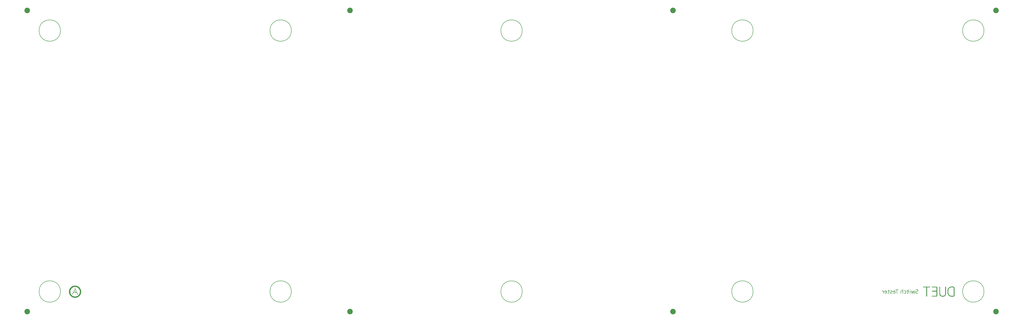
<source format=gbs>
%TF.GenerationSoftware,KiCad,Pcbnew,7.0.7*%
%TF.CreationDate,2023-09-25T11:38:33+09:00*%
%TF.ProjectId,Duet-Switch-Tester,44756574-2d53-4776-9974-63682d546573,rev?*%
%TF.SameCoordinates,Original*%
%TF.FileFunction,Soldermask,Bot*%
%TF.FilePolarity,Negative*%
%FSLAX46Y46*%
G04 Gerber Fmt 4.6, Leading zero omitted, Abs format (unit mm)*
G04 Created by KiCad (PCBNEW 7.0.7) date 2023-09-25 11:38:33*
%MOMM*%
%LPD*%
G01*
G04 APERTURE LIST*
%ADD10C,0.200000*%
%ADD11C,0.300000*%
%ADD12C,0.010000*%
%ADD13C,2.200000*%
G04 APERTURE END LIST*
D10*
X48362500Y-41725000D02*
G75*
G03*
X48362500Y-41725000I-4250000J0D01*
G01*
X416087500Y-41725000D02*
G75*
G03*
X416087500Y-41725000I-4250000J0D01*
G01*
X232225000Y-145600000D02*
G75*
G03*
X232225000Y-145600000I-4250000J0D01*
G01*
X416087500Y-145600000D02*
G75*
G03*
X416087500Y-145600000I-4250000J0D01*
G01*
X232225000Y-41725000D02*
G75*
G03*
X232225000Y-41725000I-4250000J0D01*
G01*
X140293750Y-41725000D02*
G75*
G03*
X140293750Y-41725000I-4250000J0D01*
G01*
X140293750Y-145600000D02*
G75*
G03*
X140293750Y-145600000I-4250000J0D01*
G01*
X48362500Y-145600000D02*
G75*
G03*
X48362500Y-145600000I-4250000J0D01*
G01*
X324156250Y-41725000D02*
G75*
G03*
X324156250Y-41725000I-4250000J0D01*
G01*
X324156250Y-145600000D02*
G75*
G03*
X324156250Y-145600000I-4250000J0D01*
G01*
D11*
G36*
X389374594Y-145669942D02*
G01*
X389404238Y-145659589D01*
X389432940Y-145648871D01*
X389460702Y-145637788D01*
X389487523Y-145626339D01*
X389513402Y-145614526D01*
X389538341Y-145602347D01*
X389562338Y-145589804D01*
X389585395Y-145576895D01*
X389607510Y-145563621D01*
X389628684Y-145549982D01*
X389648917Y-145535978D01*
X389668209Y-145521609D01*
X389686560Y-145506874D01*
X389703970Y-145491775D01*
X389720439Y-145476310D01*
X389735966Y-145460481D01*
X389750553Y-145444286D01*
X389764199Y-145427726D01*
X389776903Y-145410801D01*
X389788667Y-145393511D01*
X389799489Y-145375856D01*
X389809370Y-145357835D01*
X389818310Y-145339450D01*
X389826310Y-145320699D01*
X389833368Y-145301584D01*
X389839485Y-145282103D01*
X389844661Y-145262257D01*
X389848895Y-145242046D01*
X389852189Y-145221470D01*
X389854542Y-145200529D01*
X389855953Y-145179222D01*
X389856424Y-145157551D01*
X389855926Y-145133136D01*
X389854433Y-145109403D01*
X389851945Y-145086352D01*
X389848461Y-145063983D01*
X389843982Y-145042296D01*
X389838508Y-145021292D01*
X389832038Y-145000970D01*
X389824573Y-144981330D01*
X389816113Y-144962372D01*
X389806657Y-144944096D01*
X389796206Y-144926502D01*
X389784760Y-144909591D01*
X389772318Y-144893362D01*
X389758881Y-144877815D01*
X389744449Y-144862950D01*
X389729021Y-144848767D01*
X389712709Y-144835358D01*
X389695626Y-144822814D01*
X389677770Y-144811135D01*
X389659143Y-144800321D01*
X389639743Y-144790372D01*
X389619571Y-144781289D01*
X389598627Y-144773070D01*
X389576911Y-144765717D01*
X389554423Y-144759228D01*
X389531163Y-144753605D01*
X389507130Y-144748847D01*
X389482326Y-144744954D01*
X389456750Y-144741926D01*
X389430401Y-144739764D01*
X389403280Y-144738466D01*
X389375388Y-144738033D01*
X389349507Y-144738277D01*
X389323860Y-144739007D01*
X389298444Y-144740224D01*
X389273262Y-144741928D01*
X389248312Y-144744119D01*
X389223594Y-144746796D01*
X389199109Y-144749960D01*
X389174857Y-144753611D01*
X389150837Y-144757749D01*
X389127049Y-144762374D01*
X389103495Y-144767486D01*
X389080172Y-144773084D01*
X389057083Y-144779169D01*
X389034226Y-144785741D01*
X389011601Y-144792800D01*
X388989209Y-144800346D01*
X388974572Y-144806890D01*
X388958871Y-144816394D01*
X388944652Y-144827911D01*
X388933642Y-144839386D01*
X388923722Y-144852339D01*
X388915089Y-144866190D01*
X388908243Y-144880655D01*
X388903182Y-144895734D01*
X388899908Y-144911427D01*
X388898420Y-144927733D01*
X388898320Y-144933306D01*
X388900280Y-144950620D01*
X388906159Y-144965652D01*
X388915957Y-144978403D01*
X388929675Y-144988871D01*
X388945303Y-144995965D01*
X388961228Y-144998992D01*
X388977451Y-144997950D01*
X388993972Y-144992840D01*
X389016849Y-144983035D01*
X389039739Y-144973863D01*
X389062641Y-144965324D01*
X389085555Y-144957417D01*
X389108482Y-144950143D01*
X389131422Y-144943501D01*
X389154373Y-144937491D01*
X389177337Y-144932115D01*
X389200314Y-144927371D01*
X389223303Y-144923259D01*
X389246304Y-144919780D01*
X389269318Y-144916934D01*
X389292344Y-144914720D01*
X389315382Y-144913138D01*
X389338433Y-144912189D01*
X389361496Y-144911873D01*
X389377907Y-144912112D01*
X389393899Y-144912828D01*
X389417102Y-144914798D01*
X389439364Y-144917842D01*
X389460683Y-144921961D01*
X389481061Y-144927154D01*
X389500497Y-144933421D01*
X389518991Y-144940763D01*
X389536543Y-144949179D01*
X389553153Y-144958670D01*
X389568821Y-144969235D01*
X389573835Y-144972995D01*
X389587950Y-144984936D01*
X389600677Y-144997985D01*
X389612015Y-145012145D01*
X389621965Y-145027413D01*
X389630526Y-145043791D01*
X389637699Y-145061278D01*
X389643484Y-145079874D01*
X389647881Y-145099580D01*
X389650889Y-145120394D01*
X389652508Y-145142319D01*
X389652817Y-145157551D01*
X389651682Y-145183935D01*
X389648278Y-145209408D01*
X389642603Y-145233969D01*
X389634659Y-145257618D01*
X389624445Y-145280356D01*
X389611962Y-145302182D01*
X389597208Y-145323096D01*
X389580185Y-145343099D01*
X389560892Y-145362190D01*
X389539330Y-145380370D01*
X389515498Y-145397638D01*
X389489396Y-145413995D01*
X389475493Y-145421831D01*
X389461024Y-145429439D01*
X389445987Y-145436820D01*
X389430382Y-145443972D01*
X389414210Y-145450897D01*
X389397471Y-145457594D01*
X389380164Y-145464063D01*
X389362290Y-145470304D01*
X389344521Y-145476237D01*
X389327084Y-145482228D01*
X389309979Y-145488277D01*
X389293206Y-145494384D01*
X389276764Y-145500550D01*
X389260654Y-145506773D01*
X389244876Y-145513055D01*
X389229430Y-145519395D01*
X389214315Y-145525793D01*
X389199532Y-145532249D01*
X389170962Y-145545336D01*
X389143719Y-145558655D01*
X389117803Y-145572207D01*
X389093214Y-145585991D01*
X389069952Y-145600008D01*
X389048018Y-145614257D01*
X389027410Y-145628739D01*
X389008130Y-145643454D01*
X388990177Y-145658401D01*
X388973550Y-145673581D01*
X388958251Y-145688993D01*
X388944073Y-145704797D01*
X388930810Y-145721154D01*
X388918461Y-145738062D01*
X388907027Y-145755522D01*
X388896508Y-145773535D01*
X388886903Y-145792099D01*
X388878214Y-145811215D01*
X388870438Y-145830883D01*
X388863578Y-145851103D01*
X388857632Y-145871874D01*
X388852601Y-145893198D01*
X388848485Y-145915074D01*
X388845284Y-145937502D01*
X388842997Y-145960481D01*
X388841625Y-145984013D01*
X388841168Y-146008096D01*
X388841710Y-146036393D01*
X388843338Y-146063835D01*
X388846051Y-146090421D01*
X388849850Y-146116151D01*
X388854733Y-146141025D01*
X388860702Y-146165043D01*
X388867756Y-146188206D01*
X388875896Y-146210512D01*
X388885120Y-146231963D01*
X388895430Y-146252558D01*
X388906826Y-146272298D01*
X388919306Y-146291181D01*
X388932872Y-146309209D01*
X388947523Y-146326381D01*
X388963259Y-146342697D01*
X388980081Y-146358157D01*
X388997939Y-146372672D01*
X389016787Y-146386250D01*
X389036624Y-146398892D01*
X389057450Y-146410597D01*
X389079266Y-146421366D01*
X389102070Y-146431198D01*
X389125863Y-146440094D01*
X389150646Y-146448054D01*
X389176418Y-146455077D01*
X389203179Y-146461164D01*
X389230929Y-146466314D01*
X389259668Y-146470528D01*
X389289396Y-146473805D01*
X389320114Y-146476147D01*
X389351821Y-146477551D01*
X389368045Y-146477902D01*
X389384516Y-146478019D01*
X389409268Y-146477737D01*
X389433713Y-146476891D01*
X389457850Y-146475480D01*
X389481681Y-146473505D01*
X389505205Y-146470965D01*
X389528422Y-146467861D01*
X389551331Y-146464193D01*
X389573934Y-146459961D01*
X389596230Y-146455164D01*
X389618219Y-146449803D01*
X389639901Y-146443877D01*
X389661276Y-146437387D01*
X389682344Y-146430333D01*
X389703105Y-146422715D01*
X389723559Y-146414532D01*
X389743706Y-146405785D01*
X389759381Y-146397813D01*
X389773515Y-146388780D01*
X389786107Y-146378687D01*
X389800497Y-146363580D01*
X389812147Y-146346588D01*
X389821055Y-146327711D01*
X389825937Y-146312316D01*
X389829278Y-146295860D01*
X389831077Y-146278344D01*
X389831420Y-146266078D01*
X389829460Y-146248838D01*
X389823581Y-146234028D01*
X389812282Y-146220274D01*
X389800065Y-146211703D01*
X389784214Y-146205154D01*
X389768413Y-146202971D01*
X389752661Y-146205154D01*
X389736959Y-146211703D01*
X389717728Y-146222325D01*
X389698237Y-146232261D01*
X389678485Y-146241512D01*
X389658473Y-146250078D01*
X389638200Y-146257958D01*
X389617667Y-146265154D01*
X389596873Y-146271664D01*
X389575819Y-146277488D01*
X389554505Y-146282628D01*
X389532930Y-146287082D01*
X389511095Y-146290851D01*
X389488999Y-146293935D01*
X389466642Y-146296333D01*
X389444026Y-146298046D01*
X389421148Y-146299074D01*
X389398011Y-146299417D01*
X389376571Y-146299132D01*
X389355813Y-146298279D01*
X389335735Y-146296856D01*
X389316337Y-146294865D01*
X389297620Y-146292304D01*
X389279584Y-146289175D01*
X389262229Y-146285477D01*
X389245554Y-146281209D01*
X389229559Y-146276373D01*
X389214245Y-146270968D01*
X389185660Y-146258450D01*
X389159796Y-146243656D01*
X389136656Y-146226587D01*
X389116237Y-146207241D01*
X389098541Y-146185620D01*
X389083568Y-146161722D01*
X389071317Y-146135549D01*
X389061788Y-146107100D01*
X389054982Y-146076374D01*
X389052600Y-146060158D01*
X389050898Y-146043373D01*
X389049877Y-146026019D01*
X389049537Y-146008096D01*
X389050196Y-145986262D01*
X389052174Y-145965111D01*
X389055471Y-145944643D01*
X389060086Y-145924860D01*
X389066020Y-145905760D01*
X389073272Y-145887344D01*
X389081843Y-145869612D01*
X389091732Y-145852563D01*
X389102940Y-145836198D01*
X389115467Y-145820517D01*
X389124550Y-145810443D01*
X389139494Y-145795720D01*
X389156196Y-145781317D01*
X389174657Y-145767236D01*
X389187940Y-145758027D01*
X389202005Y-145748960D01*
X389216852Y-145740036D01*
X389232479Y-145731255D01*
X389248888Y-145722617D01*
X389266079Y-145714120D01*
X389284051Y-145705767D01*
X389302804Y-145697556D01*
X389322339Y-145689488D01*
X389342655Y-145681563D01*
X389363752Y-145673780D01*
X389374594Y-145669942D01*
G37*
G36*
X388404980Y-146336328D02*
G01*
X388676853Y-145348060D01*
X388679813Y-145330845D01*
X388679317Y-145314276D01*
X388675364Y-145298353D01*
X388667954Y-145283075D01*
X388662168Y-145274635D01*
X388650200Y-145261490D01*
X388636523Y-145251573D01*
X388621137Y-145244885D01*
X388604042Y-145241426D01*
X388593505Y-145240899D01*
X388576845Y-145241890D01*
X388560799Y-145244862D01*
X388545366Y-145249815D01*
X388530548Y-145256750D01*
X388516343Y-145265666D01*
X388511745Y-145269078D01*
X388498852Y-145280111D01*
X388487857Y-145292371D01*
X388478759Y-145305859D01*
X388471559Y-145320575D01*
X388466257Y-145336519D01*
X388464911Y-145342107D01*
X388237888Y-146287510D01*
X388248604Y-146289098D01*
X388258923Y-146287510D01*
X388043806Y-145364730D01*
X388038405Y-145348108D01*
X388031628Y-145332475D01*
X388023475Y-145317829D01*
X388013946Y-145304173D01*
X388003041Y-145291504D01*
X387990760Y-145279824D01*
X387985463Y-145275429D01*
X387971529Y-145265481D01*
X387957013Y-145257220D01*
X387941917Y-145250644D01*
X387926239Y-145245755D01*
X387909979Y-145242551D01*
X387893138Y-145241034D01*
X387886239Y-145240899D01*
X387869032Y-145241752D01*
X387852387Y-145244310D01*
X387836304Y-145248573D01*
X387820782Y-145254542D01*
X387805823Y-145262216D01*
X387791426Y-145271596D01*
X387785825Y-145275826D01*
X387772604Y-145287110D01*
X387760972Y-145299383D01*
X387750930Y-145312645D01*
X387742476Y-145326895D01*
X387735612Y-145342133D01*
X387730337Y-145358359D01*
X387728672Y-145365127D01*
X387515539Y-146287510D01*
X387523874Y-146278778D01*
X387534193Y-146287510D01*
X387307567Y-145339329D01*
X387302050Y-145323785D01*
X387295027Y-145309301D01*
X387286497Y-145295878D01*
X387276460Y-145283515D01*
X387264916Y-145272213D01*
X387260733Y-145268681D01*
X387247408Y-145259240D01*
X387233329Y-145251751D01*
X387215951Y-145245484D01*
X387200240Y-145242228D01*
X387183775Y-145240926D01*
X387180957Y-145240899D01*
X387163870Y-145242513D01*
X387148378Y-145247356D01*
X387134481Y-145255428D01*
X387122180Y-145266728D01*
X387115867Y-145274635D01*
X387106946Y-145289584D01*
X387101368Y-145304914D01*
X387099085Y-145322898D01*
X387100670Y-145339041D01*
X387102372Y-145346076D01*
X387374245Y-146336328D01*
X387379646Y-146352016D01*
X387386423Y-146366832D01*
X387394576Y-146380775D01*
X387404105Y-146393847D01*
X387415010Y-146406046D01*
X387427291Y-146417374D01*
X387432588Y-146421660D01*
X387446360Y-146431265D01*
X387460635Y-146439242D01*
X387475414Y-146445590D01*
X387490696Y-146450311D01*
X387506483Y-146453404D01*
X387522773Y-146454869D01*
X387529431Y-146455000D01*
X387545933Y-146454156D01*
X387561950Y-146451627D01*
X387577483Y-146447412D01*
X387592531Y-146441511D01*
X387607095Y-146433924D01*
X387621174Y-146424651D01*
X387626670Y-146420470D01*
X387639492Y-146409243D01*
X387650918Y-146397144D01*
X387660949Y-146384174D01*
X387669584Y-146370331D01*
X387676824Y-146355616D01*
X387682669Y-146340029D01*
X387684617Y-146333550D01*
X387900130Y-145424264D01*
X387889811Y-145422677D01*
X387879095Y-145424264D01*
X388094609Y-146333153D01*
X388099105Y-146349098D01*
X388105151Y-146364191D01*
X388112748Y-146378431D01*
X388121895Y-146391819D01*
X388132593Y-146404354D01*
X388144841Y-146416036D01*
X388150174Y-146420470D01*
X388164059Y-146430417D01*
X388178429Y-146438679D01*
X388193284Y-146445254D01*
X388208623Y-146450144D01*
X388224446Y-146453347D01*
X388240754Y-146454865D01*
X388247413Y-146455000D01*
X388263934Y-146454186D01*
X388280010Y-146451744D01*
X388295639Y-146447674D01*
X388310823Y-146441976D01*
X388325561Y-146434651D01*
X388339854Y-146425698D01*
X388345446Y-146421660D01*
X388358620Y-146410682D01*
X388370361Y-146398831D01*
X388380667Y-146386108D01*
X388389539Y-146372514D01*
X388396977Y-146358047D01*
X388402980Y-146342708D01*
X388404980Y-146336328D01*
G37*
G36*
X386589981Y-146424042D02*
G01*
X386603707Y-146436104D01*
X386618838Y-146445204D01*
X386635375Y-146451341D01*
X386653317Y-146454516D01*
X386664200Y-146455000D01*
X386680368Y-146453911D01*
X386697960Y-146449890D01*
X386714184Y-146442907D01*
X386729042Y-146432960D01*
X386738817Y-146424042D01*
X386750415Y-146409830D01*
X386759165Y-146394631D01*
X386765066Y-146378445D01*
X386768119Y-146361270D01*
X386768584Y-146351013D01*
X386768584Y-145344885D01*
X386767159Y-145327166D01*
X386762886Y-145310472D01*
X386755764Y-145294803D01*
X386745793Y-145280160D01*
X386738817Y-145272254D01*
X386727003Y-145261598D01*
X386711950Y-145251953D01*
X386695530Y-145245308D01*
X386677743Y-145241664D01*
X386664200Y-145240899D01*
X386648047Y-145242001D01*
X386630507Y-145246074D01*
X386614372Y-145253147D01*
X386599642Y-145263221D01*
X386589981Y-145272254D01*
X386578382Y-145286310D01*
X386569633Y-145301393D01*
X386563731Y-145317501D01*
X386560679Y-145334634D01*
X386560214Y-145344885D01*
X386560214Y-146351013D01*
X386561638Y-146368752D01*
X386565912Y-146385503D01*
X386573034Y-146401266D01*
X386583005Y-146416042D01*
X386589981Y-146424042D01*
G37*
G36*
X386590378Y-144955135D02*
G01*
X386604085Y-144966733D01*
X386619159Y-144975483D01*
X386635601Y-144981384D01*
X386653410Y-144984437D01*
X386664200Y-144984902D01*
X386680233Y-144983855D01*
X386697703Y-144979989D01*
X386713843Y-144973274D01*
X386728654Y-144963710D01*
X386738420Y-144955135D01*
X386750173Y-144941273D01*
X386759040Y-144926082D01*
X386765019Y-144909562D01*
X386768112Y-144891712D01*
X386768584Y-144880915D01*
X386768584Y-144819000D01*
X386767159Y-144801280D01*
X386762886Y-144784586D01*
X386755764Y-144768918D01*
X386745793Y-144754275D01*
X386738817Y-144746368D01*
X386727003Y-144735712D01*
X386711950Y-144726067D01*
X386695530Y-144719423D01*
X386677743Y-144715779D01*
X386664200Y-144715013D01*
X386648047Y-144716116D01*
X386630507Y-144720188D01*
X386614372Y-144727261D01*
X386599642Y-144737335D01*
X386589981Y-144746368D01*
X386578382Y-144760425D01*
X386569633Y-144775507D01*
X386563731Y-144791615D01*
X386560679Y-144808749D01*
X386560214Y-144819000D01*
X386560214Y-144880915D01*
X386561275Y-144896948D01*
X386565192Y-144914418D01*
X386571997Y-144930558D01*
X386581688Y-144945369D01*
X386590378Y-144955135D01*
G37*
G36*
X386130774Y-145449269D02*
G01*
X386147518Y-145447830D01*
X386162823Y-145443514D01*
X386178322Y-145435218D01*
X386189118Y-145426249D01*
X386199189Y-145413821D01*
X386207079Y-145398120D01*
X386211036Y-145382635D01*
X386212137Y-145367905D01*
X386210699Y-145351186D01*
X386205641Y-145334156D01*
X386196941Y-145319010D01*
X386189118Y-145309959D01*
X386176690Y-145299714D01*
X386160989Y-145291687D01*
X386145504Y-145287662D01*
X386130774Y-145286542D01*
X385964078Y-145286542D01*
X385956140Y-145278604D01*
X385956140Y-144951563D01*
X385954754Y-144933957D01*
X385950595Y-144917605D01*
X385943663Y-144902506D01*
X385933958Y-144888661D01*
X385927167Y-144881312D01*
X385913884Y-144870023D01*
X385899385Y-144861506D01*
X385883670Y-144855763D01*
X385866740Y-144852792D01*
X385856520Y-144852339D01*
X385838895Y-144853725D01*
X385822486Y-144857885D01*
X385807293Y-144864817D01*
X385793314Y-144874522D01*
X385785873Y-144881312D01*
X385774583Y-144894441D01*
X385766067Y-144908824D01*
X385760323Y-144924459D01*
X385757352Y-144941349D01*
X385756899Y-144951563D01*
X385756899Y-145278604D01*
X385748961Y-145286542D01*
X385406045Y-145286542D01*
X385389325Y-145288005D01*
X385372295Y-145293151D01*
X385357149Y-145302000D01*
X385348098Y-145309959D01*
X385337853Y-145322213D01*
X385329826Y-145337778D01*
X385325802Y-145353194D01*
X385324681Y-145367905D01*
X385326145Y-145384649D01*
X385330535Y-145399954D01*
X385338974Y-145415453D01*
X385348098Y-145426249D01*
X385361988Y-145437376D01*
X385377763Y-145444862D01*
X385393366Y-145448459D01*
X385406045Y-145449269D01*
X385748961Y-145449269D01*
X385756899Y-145456810D01*
X385756899Y-146060486D01*
X385756743Y-146080041D01*
X385756273Y-146098718D01*
X385755490Y-146116518D01*
X385754394Y-146133440D01*
X385752985Y-146149485D01*
X385750284Y-146171907D01*
X385746878Y-146192354D01*
X385742767Y-146210828D01*
X385737952Y-146227326D01*
X385730436Y-146246253D01*
X385721667Y-146261670D01*
X385716813Y-146268062D01*
X385702397Y-146281669D01*
X385688142Y-146290893D01*
X385671470Y-146298642D01*
X385652378Y-146304915D01*
X385636473Y-146308651D01*
X385619207Y-146311557D01*
X385600580Y-146313632D01*
X385580593Y-146314877D01*
X385559246Y-146315293D01*
X385541764Y-146315119D01*
X385525038Y-146314598D01*
X385509070Y-146313730D01*
X385490173Y-146312156D01*
X385472458Y-146310040D01*
X385455925Y-146307381D01*
X385440574Y-146304180D01*
X385423890Y-146302938D01*
X385407770Y-146305463D01*
X385392216Y-146311756D01*
X385383818Y-146316880D01*
X385370772Y-146328217D01*
X385361995Y-146341689D01*
X385357488Y-146357296D01*
X385356830Y-146366889D01*
X385358219Y-146384675D01*
X385362386Y-146401518D01*
X385369332Y-146417419D01*
X385379056Y-146432377D01*
X385390938Y-146445226D01*
X385404358Y-146455198D01*
X385419316Y-146462292D01*
X385435812Y-146466509D01*
X385451489Y-146469207D01*
X385468159Y-146471545D01*
X385485820Y-146473523D01*
X385504474Y-146475142D01*
X385524121Y-146476401D01*
X385544759Y-146477300D01*
X385560889Y-146477738D01*
X385577577Y-146477974D01*
X385589013Y-146478019D01*
X385614366Y-146477678D01*
X385638730Y-146476655D01*
X385662105Y-146474950D01*
X385684491Y-146472562D01*
X385705888Y-146469492D01*
X385726295Y-146465740D01*
X385745713Y-146461306D01*
X385764143Y-146456190D01*
X385781583Y-146450392D01*
X385798034Y-146443911D01*
X385813496Y-146436749D01*
X385827968Y-146428904D01*
X385841452Y-146420377D01*
X385859823Y-146406307D01*
X385875968Y-146390703D01*
X385890295Y-146373035D01*
X385903214Y-146352926D01*
X385911043Y-146338164D01*
X385918246Y-146322316D01*
X385924823Y-146305383D01*
X385930773Y-146287364D01*
X385936097Y-146268261D01*
X385940795Y-146248072D01*
X385944866Y-146226797D01*
X385948311Y-146204438D01*
X385951130Y-146180993D01*
X385953322Y-146156463D01*
X385954888Y-146130848D01*
X385955827Y-146104148D01*
X385956140Y-146076362D01*
X385956140Y-145456810D01*
X385964078Y-145449269D01*
X386130774Y-145449269D01*
G37*
G36*
X384542799Y-146478019D02*
G01*
X384559890Y-146477863D01*
X384576735Y-146477393D01*
X384593332Y-146476610D01*
X384609682Y-146475514D01*
X384625784Y-146474105D01*
X384641639Y-146472382D01*
X384672608Y-146467998D01*
X384702588Y-146462361D01*
X384731578Y-146455471D01*
X384759579Y-146447328D01*
X384786591Y-146437933D01*
X384812614Y-146427285D01*
X384837648Y-146415384D01*
X384861693Y-146402231D01*
X384884748Y-146387825D01*
X384906815Y-146372166D01*
X384927892Y-146355255D01*
X384947980Y-146337091D01*
X384967079Y-146317674D01*
X384985102Y-146297001D01*
X385001962Y-146275169D01*
X385017660Y-146252177D01*
X385032195Y-146228025D01*
X385045567Y-146202714D01*
X385057776Y-146176243D01*
X385068822Y-146148612D01*
X385078706Y-146119822D01*
X385087426Y-146089872D01*
X385091351Y-146074462D01*
X385094985Y-146058762D01*
X385098328Y-146042772D01*
X385101380Y-146026493D01*
X385104141Y-146009923D01*
X385106612Y-145993064D01*
X385108793Y-145975914D01*
X385110682Y-145958475D01*
X385112281Y-145940746D01*
X385113589Y-145922727D01*
X385114606Y-145904418D01*
X385115333Y-145885818D01*
X385115769Y-145866930D01*
X385115915Y-145847751D01*
X385115774Y-145828742D01*
X385115352Y-145810016D01*
X385114648Y-145791573D01*
X385113663Y-145773414D01*
X385112397Y-145755537D01*
X385110849Y-145737943D01*
X385109020Y-145720632D01*
X385106910Y-145703604D01*
X385104518Y-145686858D01*
X385101845Y-145670396D01*
X385098890Y-145654217D01*
X385095654Y-145638321D01*
X385092137Y-145622707D01*
X385084258Y-145592329D01*
X385075253Y-145563083D01*
X385065123Y-145534969D01*
X385053868Y-145507986D01*
X385041486Y-145482135D01*
X385027980Y-145457416D01*
X385013347Y-145433829D01*
X384997589Y-145411373D01*
X384980706Y-145390049D01*
X384971842Y-145379812D01*
X384953326Y-145360203D01*
X384933895Y-145341859D01*
X384913549Y-145324780D01*
X384892289Y-145308966D01*
X384870114Y-145294418D01*
X384847025Y-145281134D01*
X384823020Y-145269116D01*
X384798101Y-145258362D01*
X384772267Y-145248874D01*
X384745519Y-145240651D01*
X384717856Y-145233693D01*
X384689278Y-145228000D01*
X384659785Y-145223572D01*
X384629378Y-145220409D01*
X384598055Y-145218511D01*
X384582051Y-145218037D01*
X384565819Y-145217879D01*
X384543151Y-145218106D01*
X384520247Y-145218786D01*
X384497105Y-145219920D01*
X384473727Y-145221507D01*
X384450111Y-145223547D01*
X384434235Y-145225160D01*
X384418254Y-145226974D01*
X384402167Y-145228989D01*
X384385975Y-145231206D01*
X384369677Y-145233625D01*
X384353275Y-145236245D01*
X384336766Y-145239067D01*
X384320152Y-145242090D01*
X384311806Y-145243677D01*
X384294467Y-145248837D01*
X384278566Y-145256775D01*
X384264104Y-145267491D01*
X384252630Y-145279146D01*
X384251081Y-145280985D01*
X384241338Y-145294309D01*
X384233988Y-145308583D01*
X384229031Y-145323807D01*
X384226467Y-145339980D01*
X384226077Y-145349648D01*
X384227912Y-145365797D01*
X384234366Y-145381770D01*
X384245466Y-145395420D01*
X384255447Y-145403229D01*
X384270182Y-145411067D01*
X384287351Y-145415853D01*
X384305149Y-145416370D01*
X384317363Y-145414342D01*
X384339003Y-145409093D01*
X384360762Y-145404361D01*
X384382640Y-145400144D01*
X384404636Y-145396444D01*
X384426751Y-145393261D01*
X384448984Y-145390593D01*
X384471336Y-145388442D01*
X384493807Y-145386807D01*
X384516396Y-145385689D01*
X384539104Y-145385086D01*
X384554309Y-145384972D01*
X384576041Y-145385424D01*
X384597083Y-145386779D01*
X384617436Y-145389039D01*
X384637098Y-145392203D01*
X384656071Y-145396270D01*
X384674354Y-145401241D01*
X384691947Y-145407116D01*
X384708849Y-145413895D01*
X384725062Y-145421578D01*
X384740586Y-145430165D01*
X384755419Y-145439655D01*
X384769562Y-145450050D01*
X384783015Y-145461348D01*
X384795779Y-145473550D01*
X384807852Y-145486656D01*
X384819236Y-145500666D01*
X384829929Y-145515580D01*
X384839933Y-145531398D01*
X384849247Y-145548119D01*
X384857871Y-145565745D01*
X384865805Y-145584274D01*
X384873049Y-145603707D01*
X384879603Y-145624044D01*
X384885468Y-145645285D01*
X384890642Y-145667430D01*
X384895126Y-145690478D01*
X384898921Y-145714431D01*
X384902026Y-145739287D01*
X384904440Y-145765047D01*
X384906165Y-145791711D01*
X384907200Y-145819279D01*
X384907545Y-145847751D01*
X384907184Y-145877499D01*
X384906100Y-145906218D01*
X384904294Y-145933908D01*
X384901765Y-145960568D01*
X384898514Y-145986199D01*
X384894540Y-146010800D01*
X384889844Y-146034372D01*
X384884426Y-146056914D01*
X384878285Y-146078427D01*
X384871421Y-146098911D01*
X384863835Y-146118365D01*
X384855527Y-146136789D01*
X384846496Y-146154184D01*
X384836743Y-146170550D01*
X384826267Y-146185886D01*
X384815068Y-146200193D01*
X384803078Y-146213554D01*
X384790325Y-146226053D01*
X384776808Y-146237690D01*
X384762529Y-146248465D01*
X384747488Y-146258379D01*
X384731683Y-146267430D01*
X384715116Y-146275619D01*
X384697786Y-146282946D01*
X384679693Y-146289411D01*
X384660838Y-146295014D01*
X384641219Y-146299755D01*
X384620838Y-146303634D01*
X384599694Y-146306651D01*
X384577787Y-146308806D01*
X384555118Y-146310099D01*
X384531686Y-146310530D01*
X384508223Y-146310237D01*
X384485165Y-146309358D01*
X384462512Y-146307893D01*
X384440263Y-146305842D01*
X384418420Y-146303204D01*
X384396980Y-146299981D01*
X384375946Y-146296172D01*
X384355316Y-146291777D01*
X384335090Y-146286795D01*
X384315270Y-146281228D01*
X384302281Y-146277191D01*
X384285087Y-146273197D01*
X384268332Y-146274163D01*
X384252017Y-146280090D01*
X384243143Y-146285525D01*
X384230815Y-146296341D01*
X384221156Y-146310643D01*
X384215954Y-146327206D01*
X384214964Y-146339503D01*
X384216065Y-146355986D01*
X384219370Y-146371746D01*
X384224878Y-146386785D01*
X384232588Y-146401102D01*
X384237984Y-146408960D01*
X384248815Y-146421362D01*
X384261165Y-146431826D01*
X384275034Y-146440354D01*
X384290423Y-146446944D01*
X384299899Y-146449840D01*
X384320513Y-146454876D01*
X384341573Y-146459417D01*
X384363080Y-146463462D01*
X384385033Y-146467012D01*
X384407433Y-146470066D01*
X384430279Y-146472626D01*
X384453572Y-146474690D01*
X384477311Y-146476258D01*
X384493385Y-146477029D01*
X384509658Y-146477579D01*
X384526129Y-146477909D01*
X384542799Y-146478019D01*
G37*
G36*
X383731149Y-146426026D02*
G01*
X383744297Y-146437316D01*
X383758736Y-146445832D01*
X383774467Y-146451576D01*
X383791490Y-146454547D01*
X383801796Y-146455000D01*
X383819478Y-146453632D01*
X383836058Y-146449530D01*
X383851537Y-146442693D01*
X383865914Y-146433121D01*
X383873634Y-146426423D01*
X383885233Y-146413121D01*
X383893983Y-146398564D01*
X383899884Y-146382755D01*
X383902936Y-146365692D01*
X383903401Y-146355379D01*
X383903401Y-144814634D01*
X383901977Y-144796874D01*
X383897704Y-144780405D01*
X383890582Y-144765228D01*
X383880611Y-144751342D01*
X383873634Y-144743987D01*
X383859887Y-144732697D01*
X383845038Y-144724181D01*
X383829087Y-144718437D01*
X383812035Y-144715466D01*
X383801796Y-144715013D01*
X383784036Y-144716400D01*
X383767567Y-144720559D01*
X383752390Y-144727491D01*
X383738504Y-144737196D01*
X383731149Y-144743987D01*
X383719860Y-144757270D01*
X383711343Y-144771769D01*
X383705599Y-144787484D01*
X383702629Y-144804414D01*
X383702176Y-144814634D01*
X383702176Y-145431805D01*
X383712892Y-145429424D01*
X383717258Y-145423470D01*
X383706711Y-145410822D01*
X383696055Y-145398575D01*
X383685291Y-145386729D01*
X383663437Y-145364242D01*
X383641149Y-145343362D01*
X383618426Y-145324088D01*
X383595270Y-145306420D01*
X383571680Y-145290358D01*
X383547655Y-145275902D01*
X383523197Y-145263053D01*
X383498304Y-145251810D01*
X383472977Y-145242172D01*
X383447216Y-145234142D01*
X383421021Y-145227717D01*
X383394392Y-145222898D01*
X383367329Y-145219686D01*
X383339831Y-145218080D01*
X383325920Y-145217879D01*
X383299636Y-145218347D01*
X383274268Y-145219752D01*
X383249814Y-145222093D01*
X383226274Y-145225370D01*
X383203650Y-145229584D01*
X383181940Y-145234735D01*
X383161145Y-145240821D01*
X383141265Y-145247844D01*
X383122299Y-145255804D01*
X383104248Y-145264700D01*
X383087112Y-145274533D01*
X383070890Y-145285301D01*
X383055583Y-145297007D01*
X383041191Y-145309648D01*
X383027714Y-145323227D01*
X383015151Y-145337741D01*
X383003376Y-145353287D01*
X382992361Y-145370057D01*
X382982105Y-145388052D01*
X382972609Y-145407272D01*
X382963873Y-145427717D01*
X382955896Y-145449386D01*
X382948679Y-145472281D01*
X382942222Y-145496400D01*
X382936524Y-145521744D01*
X382931586Y-145548312D01*
X382927408Y-145576106D01*
X382923990Y-145605124D01*
X382921331Y-145635367D01*
X382919431Y-145666835D01*
X382918767Y-145683028D01*
X382918292Y-145699528D01*
X382918007Y-145716333D01*
X382917912Y-145733445D01*
X382917912Y-146355379D01*
X382919242Y-146373004D01*
X382923230Y-146389413D01*
X382929877Y-146404606D01*
X382939183Y-146418584D01*
X382945695Y-146426026D01*
X382958379Y-146437316D01*
X382972468Y-146445832D01*
X382987963Y-146451576D01*
X383004863Y-146454547D01*
X383015151Y-146455000D01*
X383032776Y-146453613D01*
X383049185Y-146449454D01*
X383064379Y-146442522D01*
X383078357Y-146432817D01*
X383085799Y-146426026D01*
X383097088Y-146412743D01*
X383105604Y-146398244D01*
X383111348Y-146382529D01*
X383114319Y-146365599D01*
X383114772Y-146355379D01*
X383114772Y-145763212D01*
X383114997Y-145735526D01*
X383115671Y-145709024D01*
X383116795Y-145683706D01*
X383118369Y-145659573D01*
X383120392Y-145636624D01*
X383122865Y-145614860D01*
X383125787Y-145594281D01*
X383129159Y-145574886D01*
X383132981Y-145556675D01*
X383137252Y-145539649D01*
X383141973Y-145523807D01*
X383149897Y-145502266D01*
X383158833Y-145483389D01*
X383168781Y-145467178D01*
X383172322Y-145462366D01*
X383183788Y-145448960D01*
X383196754Y-145436873D01*
X383211220Y-145426105D01*
X383227186Y-145416655D01*
X383244652Y-145408524D01*
X383263618Y-145401711D01*
X383284084Y-145396217D01*
X383306050Y-145392041D01*
X383329516Y-145389184D01*
X383345994Y-145388012D01*
X383363138Y-145387426D01*
X383371960Y-145387353D01*
X383393198Y-145388316D01*
X383414345Y-145391204D01*
X383435402Y-145396018D01*
X383456368Y-145402757D01*
X383477243Y-145411422D01*
X383498028Y-145422013D01*
X383511834Y-145430143D01*
X383525600Y-145439129D01*
X383539325Y-145448971D01*
X383553010Y-145459668D01*
X383566655Y-145471222D01*
X383580259Y-145483631D01*
X383593824Y-145496896D01*
X383606944Y-145510558D01*
X383619219Y-145524257D01*
X383630646Y-145537993D01*
X383641228Y-145551767D01*
X383650963Y-145565577D01*
X383659851Y-145579425D01*
X383667893Y-145593310D01*
X383678368Y-145614208D01*
X383686939Y-145635189D01*
X383693605Y-145656254D01*
X383698367Y-145677402D01*
X383701224Y-145698635D01*
X383702176Y-145719951D01*
X383702176Y-146355379D01*
X383703562Y-146373004D01*
X383707722Y-146389413D01*
X383714654Y-146404606D01*
X383724359Y-146418584D01*
X383731149Y-146426026D01*
G37*
G36*
X381949092Y-144941640D02*
G01*
X381966903Y-144939978D01*
X381983424Y-144934992D01*
X381998655Y-144926682D01*
X382012595Y-144915048D01*
X382022957Y-144902902D01*
X382031682Y-144887764D01*
X382037084Y-144871286D01*
X382039161Y-144853470D01*
X382039187Y-144851148D01*
X382037525Y-144833164D01*
X382032539Y-144816519D01*
X382024229Y-144801214D01*
X382012595Y-144787248D01*
X382000468Y-144776887D01*
X381985398Y-144768161D01*
X381969039Y-144762760D01*
X381951389Y-144760682D01*
X381949092Y-144760656D01*
X380929470Y-144760656D01*
X380911486Y-144762318D01*
X380894841Y-144767304D01*
X380879536Y-144775614D01*
X380865570Y-144787248D01*
X380855208Y-144799395D01*
X380846483Y-144814533D01*
X380841082Y-144831010D01*
X380839004Y-144848827D01*
X380838978Y-144851148D01*
X380840640Y-144869133D01*
X380845626Y-144885777D01*
X380853936Y-144901083D01*
X380865570Y-144915048D01*
X380877717Y-144925410D01*
X380892855Y-144934135D01*
X380909332Y-144939537D01*
X380927149Y-144941614D01*
X380929470Y-144941640D01*
X381327158Y-144941640D01*
X381335096Y-144949578D01*
X381335096Y-146351013D01*
X381336521Y-146368752D01*
X381340794Y-146385503D01*
X381347916Y-146401266D01*
X381357887Y-146416042D01*
X381364863Y-146424042D01*
X381378589Y-146436104D01*
X381393720Y-146445204D01*
X381410257Y-146451341D01*
X381428199Y-146454516D01*
X381439083Y-146455000D01*
X381455236Y-146453911D01*
X381472777Y-146449890D01*
X381488912Y-146442907D01*
X381503641Y-146432960D01*
X381513302Y-146424042D01*
X381524901Y-146409830D01*
X381533651Y-146394631D01*
X381539552Y-146378445D01*
X381542604Y-146361270D01*
X381543069Y-146351013D01*
X381543069Y-144949578D01*
X381551007Y-144941640D01*
X381949092Y-144941640D01*
G37*
G36*
X380340761Y-145218479D02*
G01*
X380370779Y-145220279D01*
X380399972Y-145223279D01*
X380428341Y-145227479D01*
X380455885Y-145232879D01*
X380482604Y-145239479D01*
X380508498Y-145247279D01*
X380533568Y-145256279D01*
X380557812Y-145266478D01*
X380581232Y-145277878D01*
X380603827Y-145290478D01*
X380625598Y-145304278D01*
X380646543Y-145319278D01*
X380666664Y-145335478D01*
X380685960Y-145352877D01*
X380704431Y-145371477D01*
X380713295Y-145381242D01*
X380730178Y-145401763D01*
X380745936Y-145423604D01*
X380760568Y-145446767D01*
X380774075Y-145471250D01*
X380786457Y-145497055D01*
X380797712Y-145524180D01*
X380807842Y-145552626D01*
X380816847Y-145582393D01*
X380820927Y-145597772D01*
X380824726Y-145613481D01*
X380828243Y-145629521D01*
X380831479Y-145645890D01*
X380834434Y-145662590D01*
X380837107Y-145679620D01*
X380839499Y-145696980D01*
X380841609Y-145714671D01*
X380843438Y-145732692D01*
X380844986Y-145751043D01*
X380846252Y-145769724D01*
X380847237Y-145788735D01*
X380847941Y-145808077D01*
X380848363Y-145827749D01*
X380848504Y-145847751D01*
X380848357Y-145867220D01*
X380847917Y-145886386D01*
X380847185Y-145905248D01*
X380846159Y-145923806D01*
X380844841Y-145942060D01*
X380843229Y-145960010D01*
X380841325Y-145977656D01*
X380839127Y-145994999D01*
X380836636Y-146012037D01*
X380833853Y-146028772D01*
X380830776Y-146045203D01*
X380827406Y-146061330D01*
X380823743Y-146077153D01*
X380819788Y-146092672D01*
X380810997Y-146122799D01*
X380801034Y-146151710D01*
X380789900Y-146179406D01*
X380777593Y-146205886D01*
X380764114Y-146231151D01*
X380749463Y-146255200D01*
X380733640Y-146278034D01*
X380716645Y-146299652D01*
X380698477Y-146320055D01*
X380679191Y-146339184D01*
X380658837Y-146357078D01*
X380637418Y-146373738D01*
X380614931Y-146389165D01*
X380591378Y-146403357D01*
X380566758Y-146416315D01*
X380541071Y-146428039D01*
X380514318Y-146438528D01*
X380486498Y-146447784D01*
X380457612Y-146455806D01*
X380427659Y-146462593D01*
X380396639Y-146468147D01*
X380380729Y-146470461D01*
X380364553Y-146472466D01*
X380348109Y-146474163D01*
X380331399Y-146475551D01*
X380314423Y-146476631D01*
X380297180Y-146477402D01*
X380279670Y-146477865D01*
X380261893Y-146478019D01*
X380244495Y-146477874D01*
X380227029Y-146477436D01*
X380209494Y-146476708D01*
X380191891Y-146475688D01*
X380174220Y-146474376D01*
X380156481Y-146472773D01*
X380138673Y-146470878D01*
X380120797Y-146468692D01*
X380102853Y-146466215D01*
X380084841Y-146463446D01*
X380066761Y-146460385D01*
X380048612Y-146457034D01*
X380030395Y-146453390D01*
X380012110Y-146449455D01*
X379993757Y-146445229D01*
X379975335Y-146440711D01*
X379956452Y-146434510D01*
X379940086Y-146426225D01*
X379926238Y-146415856D01*
X379914908Y-146403403D01*
X379906096Y-146388867D01*
X379899801Y-146372247D01*
X379896025Y-146353543D01*
X379894766Y-146332756D01*
X379895770Y-146320379D01*
X379901045Y-146303960D01*
X379910840Y-146290115D01*
X379923342Y-146279969D01*
X379934021Y-146274155D01*
X379950458Y-146269306D01*
X379967397Y-146269104D01*
X379982876Y-146272825D01*
X379999671Y-146278544D01*
X380016420Y-146283895D01*
X380033122Y-146288876D01*
X380049778Y-146293488D01*
X380066387Y-146297732D01*
X380082950Y-146301606D01*
X380099466Y-146305111D01*
X380115935Y-146308248D01*
X380132358Y-146311015D01*
X380148735Y-146313414D01*
X380165065Y-146315443D01*
X380181348Y-146317103D01*
X380197585Y-146318395D01*
X380213776Y-146319317D01*
X380229920Y-146319871D01*
X380246017Y-146320055D01*
X380269478Y-146319658D01*
X380292234Y-146318468D01*
X380314284Y-146316483D01*
X380335629Y-146313705D01*
X380356268Y-146310133D01*
X380376202Y-146305767D01*
X380395430Y-146300607D01*
X380413954Y-146294654D01*
X380431771Y-146287907D01*
X380448883Y-146280366D01*
X380465290Y-146272031D01*
X380480991Y-146262903D01*
X380495987Y-146252980D01*
X380510278Y-146242264D01*
X380523863Y-146230754D01*
X380536743Y-146218450D01*
X380548917Y-146205353D01*
X380560386Y-146191461D01*
X380571149Y-146176776D01*
X380581207Y-146161297D01*
X380590560Y-146145025D01*
X380599207Y-146127958D01*
X380607149Y-146110098D01*
X380614385Y-146091444D01*
X380620916Y-146071996D01*
X380626742Y-146051755D01*
X380631862Y-146030719D01*
X380636277Y-146008890D01*
X380639986Y-145986267D01*
X380642990Y-145962850D01*
X380645288Y-145938640D01*
X380646881Y-145913635D01*
X380641325Y-145906491D01*
X379964619Y-145906491D01*
X379957190Y-145906330D01*
X379939159Y-145904516D01*
X379921903Y-145900687D01*
X379905423Y-145894842D01*
X379889718Y-145886981D01*
X379874788Y-145877105D01*
X379860633Y-145865214D01*
X379855309Y-145859929D01*
X379843600Y-145846051D01*
X379834177Y-145831224D01*
X379827042Y-145815447D01*
X379822193Y-145798720D01*
X379819631Y-145781044D01*
X379819356Y-145762418D01*
X379820754Y-145740986D01*
X380016215Y-145740986D01*
X380021772Y-145746146D01*
X380636562Y-145746146D01*
X380644500Y-145740986D01*
X380642419Y-145718521D01*
X380639797Y-145696770D01*
X380636636Y-145675731D01*
X380632934Y-145655406D01*
X380628692Y-145635793D01*
X380623909Y-145616894D01*
X380618586Y-145598709D01*
X380612723Y-145581236D01*
X380606320Y-145564476D01*
X380599376Y-145548430D01*
X380591892Y-145533097D01*
X380583868Y-145518477D01*
X380575303Y-145504570D01*
X380566198Y-145491377D01*
X380546367Y-145467129D01*
X380524375Y-145445734D01*
X380500222Y-145427191D01*
X380473908Y-145411502D01*
X380445432Y-145398664D01*
X380430384Y-145393316D01*
X380414795Y-145388680D01*
X380398666Y-145384758D01*
X380381997Y-145381548D01*
X380364788Y-145379052D01*
X380347038Y-145377269D01*
X380328748Y-145376200D01*
X380309918Y-145375843D01*
X380292665Y-145376200D01*
X380275933Y-145377269D01*
X380259723Y-145379052D01*
X380244033Y-145381548D01*
X380214216Y-145388680D01*
X380186483Y-145398664D01*
X380160834Y-145411502D01*
X380137268Y-145427191D01*
X380115786Y-145445734D01*
X380096388Y-145467129D01*
X380079074Y-145491377D01*
X380063843Y-145518477D01*
X380057009Y-145533097D01*
X380050696Y-145548430D01*
X380044904Y-145564476D01*
X380039632Y-145581236D01*
X380034882Y-145598709D01*
X380030653Y-145616894D01*
X380026944Y-145635793D01*
X380023756Y-145655406D01*
X380021090Y-145675731D01*
X380018944Y-145696770D01*
X380017319Y-145718521D01*
X380016215Y-145740986D01*
X379820754Y-145740986D01*
X379821541Y-145728916D01*
X379824574Y-145696478D01*
X379828456Y-145665103D01*
X379833185Y-145634792D01*
X379838762Y-145605544D01*
X379845188Y-145577360D01*
X379852462Y-145550239D01*
X379860583Y-145524182D01*
X379869553Y-145499189D01*
X379879371Y-145475259D01*
X379890036Y-145452393D01*
X379901550Y-145430590D01*
X379913912Y-145409850D01*
X379927122Y-145390175D01*
X379941180Y-145371562D01*
X379956086Y-145354014D01*
X379971840Y-145337529D01*
X379988442Y-145322107D01*
X380005892Y-145307749D01*
X380024191Y-145294455D01*
X380043337Y-145282224D01*
X380063331Y-145271057D01*
X380084174Y-145260953D01*
X380105864Y-145251913D01*
X380128403Y-145243936D01*
X380151789Y-145237023D01*
X380176024Y-145231173D01*
X380201106Y-145226387D01*
X380227037Y-145222665D01*
X380253816Y-145220006D01*
X380281443Y-145218411D01*
X380309918Y-145217879D01*
X380340761Y-145218479D01*
G37*
G36*
X379189087Y-145921970D02*
G01*
X379216674Y-145915145D01*
X379243276Y-145908066D01*
X379268891Y-145900733D01*
X379293520Y-145893146D01*
X379317163Y-145885304D01*
X379339820Y-145877208D01*
X379361491Y-145868857D01*
X379382176Y-145860253D01*
X379401875Y-145851394D01*
X379420588Y-145842281D01*
X379438315Y-145832914D01*
X379455056Y-145823292D01*
X379470811Y-145813416D01*
X379485580Y-145803286D01*
X379499363Y-145792902D01*
X379512159Y-145782263D01*
X379524030Y-145771246D01*
X379535136Y-145759826D01*
X379550358Y-145741940D01*
X379563856Y-145723148D01*
X379575632Y-145703448D01*
X379585684Y-145682841D01*
X379594013Y-145661327D01*
X379600619Y-145638907D01*
X379605501Y-145615579D01*
X379607799Y-145599523D01*
X379609331Y-145583065D01*
X379610097Y-145566203D01*
X379610192Y-145557621D01*
X379609735Y-145538232D01*
X379608363Y-145519358D01*
X379606076Y-145500998D01*
X379602875Y-145483153D01*
X379598758Y-145465823D01*
X379593727Y-145449008D01*
X379587782Y-145432707D01*
X379580921Y-145416922D01*
X379573146Y-145401650D01*
X379564456Y-145386894D01*
X379554852Y-145372652D01*
X379544333Y-145358925D01*
X379532899Y-145345713D01*
X379520550Y-145333016D01*
X379507286Y-145320833D01*
X379493108Y-145309165D01*
X379478043Y-145298111D01*
X379462219Y-145287770D01*
X379445634Y-145278142D01*
X379428291Y-145269227D01*
X379410187Y-145261026D01*
X379391323Y-145253537D01*
X379371700Y-145246762D01*
X379351318Y-145240700D01*
X379330175Y-145235352D01*
X379308273Y-145230716D01*
X379285612Y-145226794D01*
X379262190Y-145223584D01*
X379238009Y-145221088D01*
X379213068Y-145219305D01*
X379187368Y-145218236D01*
X379160908Y-145217879D01*
X379141021Y-145218042D01*
X379121150Y-145218530D01*
X379101294Y-145219344D01*
X379081454Y-145220484D01*
X379061630Y-145221949D01*
X379041821Y-145223739D01*
X379022027Y-145225856D01*
X379002249Y-145228297D01*
X378982486Y-145231065D01*
X378962739Y-145234158D01*
X378943008Y-145237576D01*
X378923292Y-145241321D01*
X378903591Y-145245390D01*
X378883906Y-145249786D01*
X378864237Y-145254506D01*
X378844583Y-145259553D01*
X378825792Y-145265723D01*
X378809507Y-145273916D01*
X378795727Y-145284129D01*
X378784453Y-145296365D01*
X378775684Y-145310622D01*
X378769421Y-145326901D01*
X378765663Y-145345202D01*
X378764410Y-145365524D01*
X378766022Y-145381524D01*
X378771691Y-145396973D01*
X378781441Y-145409723D01*
X378790208Y-145416723D01*
X378805093Y-145424345D01*
X378821170Y-145428011D01*
X378838441Y-145427722D01*
X378848551Y-145425852D01*
X378867300Y-145420373D01*
X378886039Y-145415247D01*
X378904769Y-145410475D01*
X378923490Y-145406057D01*
X378942202Y-145401992D01*
X378960904Y-145398280D01*
X378979596Y-145394922D01*
X378998280Y-145391917D01*
X379016954Y-145389266D01*
X379035619Y-145386968D01*
X379054275Y-145385024D01*
X379072921Y-145383434D01*
X379091558Y-145382196D01*
X379110186Y-145381313D01*
X379128804Y-145380782D01*
X379147413Y-145380606D01*
X379163505Y-145380765D01*
X379194156Y-145382039D01*
X379222763Y-145384588D01*
X379249327Y-145388411D01*
X379273848Y-145393509D01*
X379296325Y-145399881D01*
X379316759Y-145407528D01*
X379335149Y-145416448D01*
X379351496Y-145426644D01*
X379365800Y-145438113D01*
X379378060Y-145450857D01*
X379388277Y-145464876D01*
X379396451Y-145480169D01*
X379402581Y-145496736D01*
X379406668Y-145514577D01*
X379408711Y-145533694D01*
X379408967Y-145543729D01*
X379408161Y-145561416D01*
X379405742Y-145578358D01*
X379401711Y-145594557D01*
X379396068Y-145610011D01*
X379388812Y-145624721D01*
X379379944Y-145638686D01*
X379369463Y-145651908D01*
X379357370Y-145664385D01*
X379343082Y-145676224D01*
X379326016Y-145687529D01*
X379311393Y-145695658D01*
X379295207Y-145703487D01*
X379277458Y-145711016D01*
X379258147Y-145718245D01*
X379237273Y-145725174D01*
X379214836Y-145731803D01*
X379199009Y-145736056D01*
X379182489Y-145740175D01*
X379165273Y-145744161D01*
X379149772Y-145747665D01*
X379119676Y-145754862D01*
X379090790Y-145762310D01*
X379063113Y-145770009D01*
X379036645Y-145777960D01*
X379011386Y-145786161D01*
X378987337Y-145794614D01*
X378964497Y-145803318D01*
X378942866Y-145812272D01*
X378922444Y-145821479D01*
X378903232Y-145830936D01*
X378885229Y-145840644D01*
X378868436Y-145850604D01*
X378852851Y-145860815D01*
X378838476Y-145871276D01*
X378825311Y-145881989D01*
X378819181Y-145887440D01*
X378807550Y-145898652D01*
X378796670Y-145910460D01*
X378786540Y-145922863D01*
X378777160Y-145935861D01*
X378768531Y-145949455D01*
X378760652Y-145963644D01*
X378753523Y-145978428D01*
X378747145Y-145993808D01*
X378741517Y-146009783D01*
X378736640Y-146026353D01*
X378732513Y-146043519D01*
X378729136Y-146061280D01*
X378726509Y-146079636D01*
X378724634Y-146098588D01*
X378723508Y-146118135D01*
X378723133Y-146138278D01*
X378723609Y-146157950D01*
X378725037Y-146177080D01*
X378727416Y-146195668D01*
X378730748Y-146213712D01*
X378735032Y-146231214D01*
X378740267Y-146248174D01*
X378746455Y-146264591D01*
X378753594Y-146280465D01*
X378761686Y-146295797D01*
X378770729Y-146310586D01*
X378780724Y-146324832D01*
X378791672Y-146338536D01*
X378803571Y-146351697D01*
X378816422Y-146364315D01*
X378830225Y-146376391D01*
X378844979Y-146387924D01*
X378860592Y-146398834D01*
X378876967Y-146409040D01*
X378894104Y-146418543D01*
X378912005Y-146427341D01*
X378930668Y-146435435D01*
X378950094Y-146442826D01*
X378970283Y-146449513D01*
X378991235Y-146455496D01*
X379012950Y-146460775D01*
X379035427Y-146465350D01*
X379058667Y-146469221D01*
X379082670Y-146472388D01*
X379107435Y-146474852D01*
X379132964Y-146476612D01*
X379159255Y-146477667D01*
X379186309Y-146478019D01*
X379207332Y-146477819D01*
X379228231Y-146477219D01*
X379249006Y-146476219D01*
X379269657Y-146474819D01*
X379290184Y-146473019D01*
X379310586Y-146470819D01*
X379330865Y-146468220D01*
X379351020Y-146465220D01*
X379371051Y-146461820D01*
X379390958Y-146458020D01*
X379410740Y-146453820D01*
X379430399Y-146449220D01*
X379449934Y-146444220D01*
X379469344Y-146438820D01*
X379488631Y-146433020D01*
X379507793Y-146426820D01*
X379526491Y-146419453D01*
X379542695Y-146410250D01*
X379556407Y-146399211D01*
X379567625Y-146386337D01*
X379576351Y-146371627D01*
X379582583Y-146355081D01*
X379586323Y-146336700D01*
X379587569Y-146316483D01*
X379585340Y-146299690D01*
X379578653Y-146285032D01*
X379567508Y-146272509D01*
X379559390Y-146266475D01*
X379544928Y-146259008D01*
X379528243Y-146255056D01*
X379511119Y-146255813D01*
X379499459Y-146258934D01*
X379481126Y-146265758D01*
X379462740Y-146272143D01*
X379444301Y-146278087D01*
X379425810Y-146283591D01*
X379407266Y-146288654D01*
X379388669Y-146293277D01*
X379370020Y-146297460D01*
X379351318Y-146301203D01*
X379332563Y-146304505D01*
X379313755Y-146307367D01*
X379294895Y-146309789D01*
X379275982Y-146311770D01*
X379257017Y-146313311D01*
X379237998Y-146314412D01*
X379218927Y-146315072D01*
X379199803Y-146315293D01*
X379182857Y-146315120D01*
X379166449Y-146314601D01*
X379150578Y-146313737D01*
X379120451Y-146310971D01*
X379092477Y-146306822D01*
X379066654Y-146301290D01*
X379042983Y-146294376D01*
X379021463Y-146286078D01*
X379002096Y-146276398D01*
X378984881Y-146265334D01*
X378969818Y-146252888D01*
X378956906Y-146239059D01*
X378946146Y-146223846D01*
X378937539Y-146207251D01*
X378931083Y-146189273D01*
X378926779Y-146169912D01*
X378924627Y-146149168D01*
X378924358Y-146138278D01*
X378925220Y-146119512D01*
X378927806Y-146101515D01*
X378932116Y-146084288D01*
X378938150Y-146067829D01*
X378945909Y-146052139D01*
X378955391Y-146037218D01*
X378966597Y-146023067D01*
X378979527Y-146009684D01*
X378994869Y-145996940D01*
X379008411Y-145987715D01*
X379023697Y-145978777D01*
X379040727Y-145970125D01*
X379059501Y-145961759D01*
X379080019Y-145953679D01*
X379102282Y-145945884D01*
X379118093Y-145940847D01*
X379134678Y-145935937D01*
X379152039Y-145931154D01*
X379170176Y-145926499D01*
X379189087Y-145921970D01*
G37*
G36*
X378467533Y-145449269D02*
G01*
X378484277Y-145447830D01*
X378499582Y-145443514D01*
X378515081Y-145435218D01*
X378525876Y-145426249D01*
X378535947Y-145413821D01*
X378543838Y-145398120D01*
X378547795Y-145382635D01*
X378548896Y-145367905D01*
X378547457Y-145351186D01*
X378542399Y-145334156D01*
X378533699Y-145319010D01*
X378525876Y-145309959D01*
X378513448Y-145299714D01*
X378497747Y-145291687D01*
X378482262Y-145287662D01*
X378467533Y-145286542D01*
X378300837Y-145286542D01*
X378292899Y-145278604D01*
X378292899Y-144951563D01*
X378291513Y-144933957D01*
X378287353Y-144917605D01*
X378280421Y-144902506D01*
X378270716Y-144888661D01*
X378263926Y-144881312D01*
X378250642Y-144870023D01*
X378236143Y-144861506D01*
X378220429Y-144855763D01*
X378203498Y-144852792D01*
X378193278Y-144852339D01*
X378175654Y-144853725D01*
X378159245Y-144857885D01*
X378144051Y-144864817D01*
X378130073Y-144874522D01*
X378122631Y-144881312D01*
X378111342Y-144894441D01*
X378102825Y-144908824D01*
X378097082Y-144924459D01*
X378094111Y-144941349D01*
X378093658Y-144951563D01*
X378093658Y-145278604D01*
X378085720Y-145286542D01*
X377742803Y-145286542D01*
X377726084Y-145288005D01*
X377709054Y-145293151D01*
X377693908Y-145302000D01*
X377684856Y-145309959D01*
X377674612Y-145322213D01*
X377666585Y-145337778D01*
X377662560Y-145353194D01*
X377661440Y-145367905D01*
X377662903Y-145384649D01*
X377667294Y-145399954D01*
X377675732Y-145415453D01*
X377684856Y-145426249D01*
X377698747Y-145437376D01*
X377714521Y-145444862D01*
X377730124Y-145448459D01*
X377742803Y-145449269D01*
X378085720Y-145449269D01*
X378093658Y-145456810D01*
X378093658Y-146060486D01*
X378093501Y-146080041D01*
X378093032Y-146098718D01*
X378092249Y-146116518D01*
X378091153Y-146133440D01*
X378089743Y-146149485D01*
X378087042Y-146171907D01*
X378083636Y-146192354D01*
X378079526Y-146210828D01*
X378074711Y-146227326D01*
X378067195Y-146246253D01*
X378058426Y-146261670D01*
X378053572Y-146268062D01*
X378039155Y-146281669D01*
X378024901Y-146290893D01*
X378008228Y-146298642D01*
X377989137Y-146304915D01*
X377973231Y-146308651D01*
X377955965Y-146311557D01*
X377937339Y-146313632D01*
X377917352Y-146314877D01*
X377896004Y-146315293D01*
X377878522Y-146315119D01*
X377861797Y-146314598D01*
X377845828Y-146313730D01*
X377826931Y-146312156D01*
X377809216Y-146310040D01*
X377792683Y-146307381D01*
X377777333Y-146304180D01*
X377760648Y-146302938D01*
X377744529Y-146305463D01*
X377728974Y-146311756D01*
X377720577Y-146316880D01*
X377707531Y-146328217D01*
X377698754Y-146341689D01*
X377694247Y-146357296D01*
X377693588Y-146366889D01*
X377694977Y-146384675D01*
X377699145Y-146401518D01*
X377706090Y-146417419D01*
X377715814Y-146432377D01*
X377727696Y-146445226D01*
X377741116Y-146455198D01*
X377756074Y-146462292D01*
X377772570Y-146466509D01*
X377788247Y-146469207D01*
X377804917Y-146471545D01*
X377822579Y-146473523D01*
X377841233Y-146475142D01*
X377860879Y-146476401D01*
X377881518Y-146477300D01*
X377897648Y-146477738D01*
X377914336Y-146477974D01*
X377925771Y-146478019D01*
X377951125Y-146477678D01*
X377975489Y-146476655D01*
X377998864Y-146474950D01*
X378021249Y-146472562D01*
X378042646Y-146469492D01*
X378063054Y-146465740D01*
X378082472Y-146461306D01*
X378100901Y-146456190D01*
X378118341Y-146450392D01*
X378134792Y-146443911D01*
X378150254Y-146436749D01*
X378164727Y-146428904D01*
X378178210Y-146420377D01*
X378196581Y-146406307D01*
X378212726Y-146390703D01*
X378227054Y-146373035D01*
X378239972Y-146352926D01*
X378247802Y-146338164D01*
X378255005Y-146322316D01*
X378261582Y-146305383D01*
X378267532Y-146287364D01*
X378272856Y-146268261D01*
X378277553Y-146248072D01*
X378281625Y-146226797D01*
X378285070Y-146204438D01*
X378287888Y-146180993D01*
X378290080Y-146156463D01*
X378291646Y-146130848D01*
X378292586Y-146104148D01*
X378292899Y-146076362D01*
X378292899Y-145456810D01*
X378300837Y-145449269D01*
X378467533Y-145449269D01*
G37*
G36*
X376944930Y-145218479D02*
G01*
X376974948Y-145220279D01*
X377004142Y-145223279D01*
X377032511Y-145227479D01*
X377060054Y-145232879D01*
X377086773Y-145239479D01*
X377112668Y-145247279D01*
X377137737Y-145256279D01*
X377161982Y-145266478D01*
X377185402Y-145277878D01*
X377207997Y-145290478D01*
X377229767Y-145304278D01*
X377250713Y-145319278D01*
X377270833Y-145335478D01*
X377290129Y-145352877D01*
X377308600Y-145371477D01*
X377317464Y-145381242D01*
X377334348Y-145401763D01*
X377350106Y-145423604D01*
X377364738Y-145446767D01*
X377378245Y-145471250D01*
X377390626Y-145497055D01*
X377401882Y-145524180D01*
X377412012Y-145552626D01*
X377421016Y-145582393D01*
X377425097Y-145597772D01*
X377428895Y-145613481D01*
X377432413Y-145629521D01*
X377435649Y-145645890D01*
X377438603Y-145662590D01*
X377441277Y-145679620D01*
X377443669Y-145696980D01*
X377445779Y-145714671D01*
X377447608Y-145732692D01*
X377449156Y-145751043D01*
X377450422Y-145769724D01*
X377451407Y-145788735D01*
X377452110Y-145808077D01*
X377452532Y-145827749D01*
X377452673Y-145847751D01*
X377452527Y-145867220D01*
X377452087Y-145886386D01*
X377451354Y-145905248D01*
X377450329Y-145923806D01*
X377449010Y-145942060D01*
X377447399Y-145960010D01*
X377445494Y-145977656D01*
X377443296Y-145994999D01*
X377440806Y-146012037D01*
X377438022Y-146028772D01*
X377434945Y-146045203D01*
X377431576Y-146061330D01*
X377427913Y-146077153D01*
X377423957Y-146092672D01*
X377415167Y-146122799D01*
X377405204Y-146151710D01*
X377394069Y-146179406D01*
X377381762Y-146205886D01*
X377368283Y-146231151D01*
X377353632Y-146255200D01*
X377337809Y-146278034D01*
X377320814Y-146299652D01*
X377302647Y-146320055D01*
X377283360Y-146339184D01*
X377263007Y-146357078D01*
X377241587Y-146373738D01*
X377219101Y-146389165D01*
X377195547Y-146403357D01*
X377170928Y-146416315D01*
X377145241Y-146428039D01*
X377118488Y-146438528D01*
X377090668Y-146447784D01*
X377061781Y-146455806D01*
X377031828Y-146462593D01*
X377000809Y-146468147D01*
X376984899Y-146470461D01*
X376968722Y-146472466D01*
X376952279Y-146474163D01*
X376935569Y-146475551D01*
X376918592Y-146476631D01*
X376901349Y-146477402D01*
X376883839Y-146477865D01*
X376866063Y-146478019D01*
X376848665Y-146477874D01*
X376831198Y-146477436D01*
X376813663Y-146476708D01*
X376796061Y-146475688D01*
X376778389Y-146474376D01*
X376760650Y-146472773D01*
X376742843Y-146470878D01*
X376724967Y-146468692D01*
X376707023Y-146466215D01*
X376689011Y-146463446D01*
X376670930Y-146460385D01*
X376652782Y-146457034D01*
X376634565Y-146453390D01*
X376616280Y-146449455D01*
X376597926Y-146445229D01*
X376579505Y-146440711D01*
X376560621Y-146434510D01*
X376544256Y-146426225D01*
X376530408Y-146415856D01*
X376519078Y-146403403D01*
X376510265Y-146388867D01*
X376503971Y-146372247D01*
X376500194Y-146353543D01*
X376498935Y-146332756D01*
X376499940Y-146320379D01*
X376505214Y-146303960D01*
X376515010Y-146290115D01*
X376527512Y-146279969D01*
X376538191Y-146274155D01*
X376554628Y-146269306D01*
X376571567Y-146269104D01*
X376587046Y-146272825D01*
X376603841Y-146278544D01*
X376620590Y-146283895D01*
X376637292Y-146288876D01*
X376653947Y-146293488D01*
X376670557Y-146297732D01*
X376687119Y-146301606D01*
X376703635Y-146305111D01*
X376720105Y-146308248D01*
X376736528Y-146311015D01*
X376752904Y-146313414D01*
X376769234Y-146315443D01*
X376785518Y-146317103D01*
X376801755Y-146318395D01*
X376817946Y-146319317D01*
X376834090Y-146319871D01*
X376850187Y-146320055D01*
X376873648Y-146319658D01*
X376896404Y-146318468D01*
X376918454Y-146316483D01*
X376939798Y-146313705D01*
X376960438Y-146310133D01*
X376980372Y-146305767D01*
X376999600Y-146300607D01*
X377018123Y-146294654D01*
X377035941Y-146287907D01*
X377053053Y-146280366D01*
X377069460Y-146272031D01*
X377085161Y-146262903D01*
X377100157Y-146252980D01*
X377114448Y-146242264D01*
X377128033Y-146230754D01*
X377140912Y-146218450D01*
X377153087Y-146205353D01*
X377164555Y-146191461D01*
X377175319Y-146176776D01*
X377185377Y-146161297D01*
X377194730Y-146145025D01*
X377203377Y-146127958D01*
X377211319Y-146110098D01*
X377218555Y-146091444D01*
X377225086Y-146071996D01*
X377230911Y-146051755D01*
X377236031Y-146030719D01*
X377240446Y-146008890D01*
X377244155Y-145986267D01*
X377247159Y-145962850D01*
X377249458Y-145938640D01*
X377251051Y-145913635D01*
X377245494Y-145906491D01*
X376568789Y-145906491D01*
X376561359Y-145906330D01*
X376543329Y-145904516D01*
X376526073Y-145900687D01*
X376509593Y-145894842D01*
X376493887Y-145886981D01*
X376478957Y-145877105D01*
X376464802Y-145865214D01*
X376459478Y-145859929D01*
X376447769Y-145846051D01*
X376438347Y-145831224D01*
X376431211Y-145815447D01*
X376426362Y-145798720D01*
X376423801Y-145781044D01*
X376423525Y-145762418D01*
X376424923Y-145740986D01*
X376620385Y-145740986D01*
X376625942Y-145746146D01*
X377240731Y-145746146D01*
X377248669Y-145740986D01*
X377246588Y-145718521D01*
X377243967Y-145696770D01*
X377240805Y-145675731D01*
X377237103Y-145655406D01*
X377232861Y-145635793D01*
X377228079Y-145616894D01*
X377222756Y-145598709D01*
X377216893Y-145581236D01*
X377210489Y-145564476D01*
X377203546Y-145548430D01*
X377196062Y-145533097D01*
X377188037Y-145518477D01*
X377179473Y-145504570D01*
X377170368Y-145491377D01*
X377150537Y-145467129D01*
X377128545Y-145445734D01*
X377104392Y-145427191D01*
X377078077Y-145411502D01*
X377049602Y-145398664D01*
X377034554Y-145393316D01*
X377018965Y-145388680D01*
X377002836Y-145384758D01*
X376986167Y-145381548D01*
X376968957Y-145379052D01*
X376951208Y-145377269D01*
X376932917Y-145376200D01*
X376914087Y-145375843D01*
X376896835Y-145376200D01*
X376880103Y-145377269D01*
X376863892Y-145379052D01*
X376848203Y-145381548D01*
X376818386Y-145388680D01*
X376790653Y-145398664D01*
X376765004Y-145411502D01*
X376741438Y-145427191D01*
X376719956Y-145445734D01*
X376700558Y-145467129D01*
X376683243Y-145491377D01*
X376668012Y-145518477D01*
X376661178Y-145533097D01*
X376654865Y-145548430D01*
X376649073Y-145564476D01*
X376643802Y-145581236D01*
X376639052Y-145598709D01*
X376634822Y-145616894D01*
X376631114Y-145635793D01*
X376627926Y-145655406D01*
X376625259Y-145675731D01*
X376623114Y-145696770D01*
X376621489Y-145718521D01*
X376620385Y-145740986D01*
X376424923Y-145740986D01*
X376425711Y-145728916D01*
X376428744Y-145696478D01*
X376432625Y-145665103D01*
X376437355Y-145634792D01*
X376442932Y-145605544D01*
X376449358Y-145577360D01*
X376456631Y-145550239D01*
X376464753Y-145524182D01*
X376473722Y-145499189D01*
X376483540Y-145475259D01*
X376494206Y-145452393D01*
X376505720Y-145430590D01*
X376518082Y-145409850D01*
X376531292Y-145390175D01*
X376545349Y-145371562D01*
X376560256Y-145354014D01*
X376576010Y-145337529D01*
X376592612Y-145322107D01*
X376610062Y-145307749D01*
X376628360Y-145294455D01*
X376647506Y-145282224D01*
X376667501Y-145271057D01*
X376688343Y-145260953D01*
X376710034Y-145251913D01*
X376732572Y-145243936D01*
X376755959Y-145237023D01*
X376780193Y-145231173D01*
X376805276Y-145226387D01*
X376831207Y-145222665D01*
X376857985Y-145220006D01*
X376885612Y-145218411D01*
X376914087Y-145217879D01*
X376944930Y-145218479D01*
G37*
G36*
X376002023Y-146424042D02*
G01*
X376015749Y-146436104D01*
X376030880Y-146445204D01*
X376047417Y-146451341D01*
X376065359Y-146454516D01*
X376076243Y-146455000D01*
X376092396Y-146453911D01*
X376109936Y-146449890D01*
X376126071Y-146442907D01*
X376140801Y-146432960D01*
X376150462Y-146424042D01*
X376162061Y-146409830D01*
X376170810Y-146394631D01*
X376176712Y-146378445D01*
X376179764Y-146361270D01*
X376180229Y-146351013D01*
X376180229Y-145340519D01*
X376178842Y-145322895D01*
X376174683Y-145306486D01*
X376167751Y-145291292D01*
X376158046Y-145277314D01*
X376151256Y-145269872D01*
X376137972Y-145258583D01*
X376123473Y-145250066D01*
X376107758Y-145244322D01*
X376090828Y-145241352D01*
X376080608Y-145240899D01*
X376062984Y-145242285D01*
X376046575Y-145246445D01*
X376031381Y-145253377D01*
X376017403Y-145263082D01*
X376009961Y-145269872D01*
X375998672Y-145283156D01*
X375990155Y-145297655D01*
X375984411Y-145313369D01*
X375981441Y-145330299D01*
X375980988Y-145340519D01*
X375980988Y-145516344D01*
X375991307Y-145506024D01*
X375999642Y-145510390D01*
X375990397Y-145495550D01*
X375980721Y-145481095D01*
X375970614Y-145467023D01*
X375960076Y-145453337D01*
X375949108Y-145440035D01*
X375937708Y-145427117D01*
X375925877Y-145414584D01*
X375913615Y-145402435D01*
X375900922Y-145390671D01*
X375887798Y-145379291D01*
X375874243Y-145368296D01*
X375860257Y-145357685D01*
X375845841Y-145347459D01*
X375830993Y-145337617D01*
X375815714Y-145328160D01*
X375800004Y-145319087D01*
X375783959Y-145310410D01*
X375767676Y-145302238D01*
X375751153Y-145294571D01*
X375734392Y-145287410D01*
X375717392Y-145280754D01*
X375700154Y-145274604D01*
X375682677Y-145268959D01*
X375664960Y-145263820D01*
X375647006Y-145259185D01*
X375628812Y-145255057D01*
X375610380Y-145251434D01*
X375591709Y-145248316D01*
X375572799Y-145245703D01*
X375553650Y-145243596D01*
X375534263Y-145241995D01*
X375514637Y-145240899D01*
X375498672Y-145241108D01*
X375481730Y-145244835D01*
X375466177Y-145252283D01*
X375452013Y-145263452D01*
X375450340Y-145265109D01*
X375439824Y-145277256D01*
X375430968Y-145292394D01*
X375425486Y-145308871D01*
X375423377Y-145326688D01*
X375423351Y-145329009D01*
X375424914Y-145345952D01*
X375429602Y-145361852D01*
X375437416Y-145376711D01*
X375448355Y-145390528D01*
X375461626Y-145402162D01*
X375476436Y-145410869D01*
X375492783Y-145416649D01*
X375510668Y-145419501D01*
X375537954Y-145421022D01*
X375564447Y-145423402D01*
X375590146Y-145426641D01*
X375615051Y-145430738D01*
X375639162Y-145435695D01*
X375662480Y-145441510D01*
X375685004Y-145448185D01*
X375706734Y-145455718D01*
X375727670Y-145464110D01*
X375747812Y-145473361D01*
X375767161Y-145483471D01*
X375785716Y-145494440D01*
X375803477Y-145506268D01*
X375820444Y-145518955D01*
X375836617Y-145532500D01*
X375851997Y-145546905D01*
X375866512Y-145562112D01*
X375880090Y-145578067D01*
X375892731Y-145594769D01*
X375904437Y-145612219D01*
X375915206Y-145630415D01*
X375925038Y-145649359D01*
X375933934Y-145669050D01*
X375941894Y-145689489D01*
X375948917Y-145710675D01*
X375955004Y-145732608D01*
X375960154Y-145755288D01*
X375964368Y-145778716D01*
X375967645Y-145802891D01*
X375969986Y-145827813D01*
X375971391Y-145853482D01*
X375971859Y-145879899D01*
X375971859Y-146351013D01*
X375973303Y-146368752D01*
X375977633Y-146385503D01*
X375984850Y-146401266D01*
X375994954Y-146416042D01*
X376002023Y-146424042D01*
G37*
G36*
X403459222Y-143631556D02*
G01*
X403497325Y-143631842D01*
X403535064Y-143632414D01*
X403572437Y-143633273D01*
X403609446Y-143634418D01*
X403646089Y-143635849D01*
X403700370Y-143638532D01*
X403753830Y-143641860D01*
X403806469Y-143645831D01*
X403858287Y-143650446D01*
X403909284Y-143655706D01*
X403959460Y-143661609D01*
X404008814Y-143668156D01*
X404025808Y-143670689D01*
X404066729Y-143680153D01*
X404105414Y-143694088D01*
X404141863Y-143712496D01*
X404176075Y-143735376D01*
X404208051Y-143762728D01*
X404237792Y-143794552D01*
X404248883Y-143808198D01*
X404273480Y-143843501D01*
X404293605Y-143880505D01*
X404309258Y-143919207D01*
X404320438Y-143959609D01*
X404327147Y-144001711D01*
X404329383Y-144045512D01*
X404329383Y-147231965D01*
X404329025Y-147249693D01*
X404325000Y-147292854D01*
X404316503Y-147334361D01*
X404303533Y-147374213D01*
X404286092Y-147412410D01*
X404264178Y-147448952D01*
X404237792Y-147483840D01*
X404226142Y-147496996D01*
X404195266Y-147526785D01*
X404161886Y-147552147D01*
X404126001Y-147573082D01*
X404087611Y-147589589D01*
X404046717Y-147601668D01*
X404003319Y-147609320D01*
X403983803Y-147611630D01*
X403945141Y-147616031D01*
X403906974Y-147620138D01*
X403869300Y-147623952D01*
X403832119Y-147627473D01*
X403795433Y-147630700D01*
X403741329Y-147634991D01*
X403688336Y-147638621D01*
X403636453Y-147641592D01*
X403585682Y-147643902D01*
X403536022Y-147645552D01*
X403487472Y-147646542D01*
X403440034Y-147646872D01*
X403323333Y-147644860D01*
X403210337Y-147638822D01*
X403101045Y-147628760D01*
X402995459Y-147614672D01*
X402893577Y-147596560D01*
X402795401Y-147574422D01*
X402700928Y-147548260D01*
X402610161Y-147518072D01*
X402523099Y-147483860D01*
X402439741Y-147445622D01*
X402360088Y-147403360D01*
X402284140Y-147357072D01*
X402211897Y-147306760D01*
X402143358Y-147252423D01*
X402078524Y-147194060D01*
X402017395Y-147131673D01*
X401959971Y-147065260D01*
X401906252Y-146994823D01*
X401856237Y-146920360D01*
X401809927Y-146841873D01*
X401767322Y-146759360D01*
X401728422Y-146672823D01*
X401693226Y-146582260D01*
X401661736Y-146487673D01*
X401633950Y-146389060D01*
X401609869Y-146286423D01*
X401589492Y-146179761D01*
X401572821Y-146069073D01*
X401559854Y-145954361D01*
X401550592Y-145835623D01*
X401545035Y-145712861D01*
X401543183Y-145586073D01*
X401860088Y-145586073D01*
X401860461Y-145643290D01*
X401861583Y-145699535D01*
X401863453Y-145754809D01*
X401866070Y-145809112D01*
X401869435Y-145862443D01*
X401873547Y-145914803D01*
X401878408Y-145966191D01*
X401884016Y-146016609D01*
X401890372Y-146066054D01*
X401897475Y-146114529D01*
X401905327Y-146162032D01*
X401913926Y-146208563D01*
X401923273Y-146254124D01*
X401933368Y-146298713D01*
X401944210Y-146342330D01*
X401955800Y-146384976D01*
X401968138Y-146426651D01*
X401981224Y-146467355D01*
X401995057Y-146507087D01*
X402009639Y-146545848D01*
X402024968Y-146583637D01*
X402041044Y-146620455D01*
X402057869Y-146656302D01*
X402075441Y-146691177D01*
X402093761Y-146725081D01*
X402112829Y-146758013D01*
X402132644Y-146789974D01*
X402153208Y-146820964D01*
X402196577Y-146880030D01*
X402242938Y-146935210D01*
X402292372Y-146986783D01*
X402345191Y-147035030D01*
X402401394Y-147079949D01*
X402460982Y-147121540D01*
X402492045Y-147141088D01*
X402523955Y-147159805D01*
X402556710Y-147177689D01*
X402590312Y-147194742D01*
X402624759Y-147210962D01*
X402660053Y-147226351D01*
X402696193Y-147240908D01*
X402733179Y-147254634D01*
X402771012Y-147267527D01*
X402809690Y-147279589D01*
X402849215Y-147290818D01*
X402889586Y-147301216D01*
X402930802Y-147310782D01*
X402972865Y-147319517D01*
X403015775Y-147327419D01*
X403059530Y-147334490D01*
X403104131Y-147340728D01*
X403149579Y-147346135D01*
X403195873Y-147350710D01*
X403243013Y-147354454D01*
X403290999Y-147357365D01*
X403339831Y-147359445D01*
X403389509Y-147360692D01*
X403440034Y-147361108D01*
X403472763Y-147360904D01*
X403522233Y-147359834D01*
X403572154Y-147357845D01*
X403622525Y-147354939D01*
X403673347Y-147351115D01*
X403724621Y-147346374D01*
X403776344Y-147340715D01*
X403828519Y-147334138D01*
X403881145Y-147326643D01*
X403934221Y-147318231D01*
X403987748Y-147308901D01*
X404006982Y-147285088D01*
X404006982Y-143992389D01*
X403987748Y-143968575D01*
X403952013Y-143962253D01*
X403898787Y-143953535D01*
X403846011Y-143945735D01*
X403793686Y-143938852D01*
X403741812Y-143932887D01*
X403690388Y-143927839D01*
X403639416Y-143923710D01*
X403588894Y-143920498D01*
X403538823Y-143918204D01*
X403489203Y-143916827D01*
X403440034Y-143916368D01*
X403389844Y-143916764D01*
X403340485Y-143917953D01*
X403291957Y-143919934D01*
X403244258Y-143922708D01*
X403197389Y-143926274D01*
X403151350Y-143930633D01*
X403106141Y-143935784D01*
X403061762Y-143941727D01*
X403018214Y-143948463D01*
X402975495Y-143955992D01*
X402933606Y-143964313D01*
X402892548Y-143973427D01*
X402852319Y-143983332D01*
X402812921Y-143994031D01*
X402774353Y-144005522D01*
X402736614Y-144017805D01*
X402699706Y-144030881D01*
X402663627Y-144044749D01*
X402628379Y-144059410D01*
X402593961Y-144074864D01*
X402560373Y-144091109D01*
X402527615Y-144108148D01*
X402464589Y-144144602D01*
X402404883Y-144184225D01*
X402348497Y-144227019D01*
X402295431Y-144272983D01*
X402245686Y-144322117D01*
X402221963Y-144347918D01*
X402176775Y-144402171D01*
X402134601Y-144459959D01*
X402095438Y-144521282D01*
X402076987Y-144553270D01*
X402059288Y-144586140D01*
X402042343Y-144619895D01*
X402026151Y-144654533D01*
X402010712Y-144690055D01*
X401996026Y-144726461D01*
X401982093Y-144763750D01*
X401968914Y-144801923D01*
X401956487Y-144840980D01*
X401944814Y-144880920D01*
X401933894Y-144921745D01*
X401923726Y-144963453D01*
X401914312Y-145006044D01*
X401905651Y-145049520D01*
X401897744Y-145093879D01*
X401890589Y-145139121D01*
X401884188Y-145185248D01*
X401878539Y-145232258D01*
X401873644Y-145280152D01*
X401869502Y-145328930D01*
X401866113Y-145378591D01*
X401863477Y-145429136D01*
X401861594Y-145480565D01*
X401860464Y-145532877D01*
X401860088Y-145586073D01*
X401543183Y-145586073D01*
X401545035Y-145465822D01*
X401550592Y-145349389D01*
X401559854Y-145236773D01*
X401572821Y-145127975D01*
X401589492Y-145022994D01*
X401609869Y-144921831D01*
X401633950Y-144824485D01*
X401661736Y-144730956D01*
X401693226Y-144641245D01*
X401728422Y-144555352D01*
X401767322Y-144473276D01*
X401809927Y-144395017D01*
X401856237Y-144320576D01*
X401906252Y-144249953D01*
X401959971Y-144183147D01*
X402017395Y-144120158D01*
X402078524Y-144060987D01*
X402143358Y-144005634D01*
X402211897Y-143954098D01*
X402284140Y-143906379D01*
X402360088Y-143862478D01*
X402439741Y-143822394D01*
X402523099Y-143786128D01*
X402610161Y-143753679D01*
X402700928Y-143725048D01*
X402795401Y-143700235D01*
X402893577Y-143679239D01*
X402995459Y-143662060D01*
X403101045Y-143648699D01*
X403210337Y-143639155D01*
X403323333Y-143633429D01*
X403440034Y-143631520D01*
X403459222Y-143631556D01*
G37*
G36*
X398664475Y-147297910D02*
G01*
X398708897Y-147340167D01*
X398755608Y-147379698D01*
X398804610Y-147416503D01*
X398855901Y-147450581D01*
X398909481Y-147481933D01*
X398965352Y-147510559D01*
X399023512Y-147536459D01*
X399083962Y-147559632D01*
X399146702Y-147580079D01*
X399211732Y-147597800D01*
X399279051Y-147612794D01*
X399348661Y-147625062D01*
X399420560Y-147634604D01*
X399457368Y-147638353D01*
X399494748Y-147641420D01*
X399532701Y-147643805D01*
X399571227Y-147645509D01*
X399610325Y-147646532D01*
X399649995Y-147646872D01*
X399689666Y-147646532D01*
X399728767Y-147645509D01*
X399767297Y-147643805D01*
X399805256Y-147641420D01*
X399842645Y-147638353D01*
X399879463Y-147634604D01*
X399951387Y-147625062D01*
X400021028Y-147612794D01*
X400088387Y-147597800D01*
X400153463Y-147580079D01*
X400216257Y-147559632D01*
X400276768Y-147536459D01*
X400334996Y-147510559D01*
X400390942Y-147481933D01*
X400444605Y-147450581D01*
X400495985Y-147416503D01*
X400545083Y-147379698D01*
X400591898Y-147340167D01*
X400636431Y-147297910D01*
X400678355Y-147253009D01*
X400717575Y-147205546D01*
X400754090Y-147155522D01*
X400787900Y-147102936D01*
X400819005Y-147047788D01*
X400847405Y-146990078D01*
X400873101Y-146929807D01*
X400896092Y-146866974D01*
X400916378Y-146801580D01*
X400933959Y-146733624D01*
X400948835Y-146663106D01*
X400955259Y-146626886D01*
X400961007Y-146590026D01*
X400966078Y-146552525D01*
X400970474Y-146514385D01*
X400974193Y-146475603D01*
X400977236Y-146436182D01*
X400979602Y-146396119D01*
X400981293Y-146355417D01*
X400982307Y-146314074D01*
X400982645Y-146272090D01*
X400982645Y-143844927D01*
X400977905Y-143806377D01*
X400963683Y-143770867D01*
X400939980Y-143738399D01*
X400934102Y-143732270D01*
X400905130Y-143708804D01*
X400869030Y-143691738D01*
X400833023Y-143684485D01*
X400815949Y-143683727D01*
X400777005Y-143688199D01*
X400741460Y-143701616D01*
X400709314Y-143723977D01*
X400703292Y-143729522D01*
X400677693Y-143760077D01*
X400661576Y-143795640D01*
X400655176Y-143831929D01*
X400654749Y-143844927D01*
X400654749Y-146282165D01*
X400653763Y-146348208D01*
X400650803Y-146412153D01*
X400645870Y-146474002D01*
X400638964Y-146533755D01*
X400630085Y-146591410D01*
X400619233Y-146646970D01*
X400606407Y-146700432D01*
X400591609Y-146751799D01*
X400574837Y-146801068D01*
X400556092Y-146848241D01*
X400535374Y-146893318D01*
X400512683Y-146936297D01*
X400488019Y-146977181D01*
X400461381Y-147015967D01*
X400432771Y-147052657D01*
X400402187Y-147087251D01*
X400369630Y-147119748D01*
X400335100Y-147150148D01*
X400298597Y-147178452D01*
X400260120Y-147204659D01*
X400219671Y-147228770D01*
X400177248Y-147250784D01*
X400132853Y-147270701D01*
X400086484Y-147288522D01*
X400038142Y-147304247D01*
X399987827Y-147317874D01*
X399935538Y-147329406D01*
X399881277Y-147338840D01*
X399825042Y-147346178D01*
X399766835Y-147351420D01*
X399706654Y-147354564D01*
X399644500Y-147355613D01*
X399582684Y-147354564D01*
X399522830Y-147351420D01*
X399464939Y-147346178D01*
X399409010Y-147338840D01*
X399355044Y-147329406D01*
X399303040Y-147317874D01*
X399252999Y-147304247D01*
X399204920Y-147288522D01*
X399158803Y-147270701D01*
X399114649Y-147250784D01*
X399072457Y-147228770D01*
X399032228Y-147204659D01*
X398993961Y-147178452D01*
X398957656Y-147150148D01*
X398923314Y-147119748D01*
X398890934Y-147087251D01*
X398860517Y-147052657D01*
X398832062Y-147015967D01*
X398805569Y-146977181D01*
X398781039Y-146936297D01*
X398758471Y-146893318D01*
X398737866Y-146848241D01*
X398719223Y-146801068D01*
X398702543Y-146751799D01*
X398687825Y-146700432D01*
X398675069Y-146646970D01*
X398664276Y-146591410D01*
X398655445Y-146533755D01*
X398648577Y-146474002D01*
X398643670Y-146412153D01*
X398640727Y-146348208D01*
X398639746Y-146282165D01*
X398639746Y-143844927D01*
X398636196Y-143807656D01*
X398623924Y-143770661D01*
X398602887Y-143738318D01*
X398594866Y-143729522D01*
X398563918Y-143705372D01*
X398528319Y-143690167D01*
X398488069Y-143683906D01*
X398479461Y-143683727D01*
X398441747Y-143687349D01*
X398404431Y-143699872D01*
X398371945Y-143721338D01*
X398363141Y-143729522D01*
X398338991Y-143760470D01*
X398323785Y-143796069D01*
X398317524Y-143836319D01*
X398317345Y-143844927D01*
X398317345Y-146272090D01*
X398317684Y-146314074D01*
X398318701Y-146355417D01*
X398320396Y-146396119D01*
X398322769Y-146436182D01*
X398325820Y-146475603D01*
X398329549Y-146514385D01*
X398333956Y-146552525D01*
X398339041Y-146590026D01*
X398344804Y-146626886D01*
X398351245Y-146663106D01*
X398366160Y-146733624D01*
X398383788Y-146801580D01*
X398404128Y-146866974D01*
X398427179Y-146929807D01*
X398452943Y-146990078D01*
X398481418Y-147047788D01*
X398512606Y-147102936D01*
X398546505Y-147155522D01*
X398583117Y-147205546D01*
X398622440Y-147253009D01*
X398664475Y-147297910D01*
G37*
G36*
X397188943Y-147593750D02*
G01*
X397229618Y-147591357D01*
X397268638Y-147584179D01*
X397306004Y-147572216D01*
X397341714Y-147555467D01*
X397375770Y-147533934D01*
X397408171Y-147507615D01*
X397420669Y-147495747D01*
X397448902Y-147464008D01*
X397472350Y-147430614D01*
X397491012Y-147395565D01*
X397504889Y-147358861D01*
X397513981Y-147320503D01*
X397518288Y-147280490D01*
X397518671Y-147264022D01*
X397518671Y-144014371D01*
X397516278Y-143973454D01*
X397509100Y-143934282D01*
X397497137Y-143896854D01*
X397480389Y-143861170D01*
X397458855Y-143827231D01*
X397432536Y-143795035D01*
X397420669Y-143782645D01*
X397388929Y-143754148D01*
X397355535Y-143730481D01*
X397320486Y-143711644D01*
X397283783Y-143697637D01*
X397245425Y-143688460D01*
X397205412Y-143684113D01*
X397188943Y-143683727D01*
X395421236Y-143683727D01*
X395382165Y-143688922D01*
X395348074Y-143704507D01*
X395321401Y-143727691D01*
X395298457Y-143759234D01*
X395285037Y-143794674D01*
X395281101Y-143830273D01*
X395285863Y-143868408D01*
X395300149Y-143902214D01*
X395321401Y-143929191D01*
X395351380Y-143952135D01*
X395385905Y-143965555D01*
X395421236Y-143969491D01*
X397177952Y-143969491D01*
X397196270Y-143987809D01*
X397196270Y-145316796D01*
X397177952Y-145335114D01*
X395526565Y-145335114D01*
X395488430Y-145339876D01*
X395454623Y-145354162D01*
X395427647Y-145375414D01*
X395404181Y-145405393D01*
X395390456Y-145439918D01*
X395386431Y-145475248D01*
X395391301Y-145513905D01*
X395405912Y-145548016D01*
X395427647Y-145575082D01*
X395457518Y-145598027D01*
X395491718Y-145611447D01*
X395526565Y-145615382D01*
X397177952Y-145615382D01*
X397196270Y-145628205D01*
X397196270Y-147289667D01*
X397177952Y-147307985D01*
X395421236Y-147307985D01*
X395382579Y-147312747D01*
X395348467Y-147327033D01*
X395321401Y-147348285D01*
X395298457Y-147378265D01*
X395285037Y-147412789D01*
X395281101Y-147448120D01*
X395285863Y-147486688D01*
X395300149Y-147521793D01*
X395321401Y-147550702D01*
X395350967Y-147575210D01*
X395385511Y-147589546D01*
X395421236Y-147593750D01*
X397188943Y-147593750D01*
G37*
G36*
X394467773Y-143974986D02*
G01*
X394506754Y-143969900D01*
X394541840Y-143954640D01*
X394570355Y-143931939D01*
X394594863Y-143900395D01*
X394609198Y-143864955D01*
X394613402Y-143829357D01*
X394608316Y-143790375D01*
X394593056Y-143755289D01*
X394570355Y-143726775D01*
X394538811Y-143702266D01*
X394503371Y-143687931D01*
X394467773Y-143683727D01*
X392030534Y-143683727D01*
X391991661Y-143688814D01*
X391956900Y-143704074D01*
X391928868Y-143726775D01*
X391904359Y-143758318D01*
X391890024Y-143793758D01*
X391885820Y-143829357D01*
X391890907Y-143868338D01*
X391906167Y-143903424D01*
X391928868Y-143931939D01*
X391959890Y-143956447D01*
X391995025Y-143970783D01*
X392030534Y-143974986D01*
X393070093Y-143974986D01*
X393088411Y-143992389D01*
X393088411Y-147432549D01*
X393092251Y-147470263D01*
X393105524Y-147507580D01*
X393128279Y-147540066D01*
X393136954Y-147548870D01*
X393168421Y-147572537D01*
X393203286Y-147587438D01*
X393241551Y-147593574D01*
X393249611Y-147593750D01*
X393288162Y-147589367D01*
X393323671Y-147576218D01*
X393356140Y-147554305D01*
X393362268Y-147548870D01*
X393387867Y-147517833D01*
X393403985Y-147481965D01*
X393410385Y-147445555D01*
X393410812Y-147432549D01*
X393410812Y-143992389D01*
X393429130Y-143974986D01*
X394467773Y-143974986D01*
G37*
D12*
X55267700Y-146691400D02*
X54943850Y-146691400D01*
X54943850Y-146367550D01*
X55267700Y-146367550D01*
X55267700Y-146691400D01*
G36*
X55267700Y-146691400D02*
G01*
X54943850Y-146691400D01*
X54943850Y-146367550D01*
X55267700Y-146367550D01*
X55267700Y-146691400D01*
G37*
X54943850Y-146062750D02*
X54620000Y-146062750D01*
X54620000Y-145738900D01*
X54943850Y-145738900D01*
X54943850Y-146062750D01*
G36*
X54943850Y-146062750D02*
G01*
X54620000Y-146062750D01*
X54620000Y-145738900D01*
X54943850Y-145738900D01*
X54943850Y-146062750D01*
G37*
X54620000Y-145415050D02*
X54315200Y-145415050D01*
X54315200Y-145110250D01*
X54620000Y-145110250D01*
X54620000Y-145415050D01*
G36*
X54620000Y-145415050D02*
G01*
X54315200Y-145415050D01*
X54315200Y-145110250D01*
X54620000Y-145110250D01*
X54620000Y-145415050D01*
G37*
X54315200Y-146062750D02*
X53991350Y-146062750D01*
X53991350Y-145738900D01*
X54315200Y-145738900D01*
X54315200Y-146062750D01*
G36*
X54315200Y-146062750D02*
G01*
X53991350Y-146062750D01*
X53991350Y-145738900D01*
X54315200Y-145738900D01*
X54315200Y-146062750D01*
G37*
X54315200Y-144786400D02*
X53991350Y-144786400D01*
X53991350Y-144462550D01*
X54315200Y-144462550D01*
X54315200Y-144786400D01*
G36*
X54315200Y-144786400D02*
G01*
X53991350Y-144786400D01*
X53991350Y-144462550D01*
X54315200Y-144462550D01*
X54315200Y-144786400D01*
G37*
X53991350Y-145415050D02*
X53667500Y-145415050D01*
X53667500Y-145110250D01*
X53991350Y-145110250D01*
X53991350Y-145415050D01*
G36*
X53991350Y-145415050D02*
G01*
X53667500Y-145415050D01*
X53667500Y-145110250D01*
X53991350Y-145110250D01*
X53991350Y-145415050D01*
G37*
X53667500Y-146062750D02*
X53362700Y-146062750D01*
X53362700Y-145738900D01*
X53667500Y-145738900D01*
X53667500Y-146062750D01*
G36*
X53667500Y-146062750D02*
G01*
X53362700Y-146062750D01*
X53362700Y-145738900D01*
X53667500Y-145738900D01*
X53667500Y-146062750D01*
G37*
X53362700Y-146691400D02*
X53038850Y-146691400D01*
X53038850Y-146367550D01*
X53362700Y-146367550D01*
X53362700Y-146691400D01*
G36*
X53362700Y-146691400D02*
G01*
X53038850Y-146691400D01*
X53038850Y-146367550D01*
X53362700Y-146367550D01*
X53362700Y-146691400D01*
G37*
X56521315Y-145653175D02*
X56521090Y-145697869D01*
X56519061Y-145792511D01*
X56514662Y-145878376D01*
X56507571Y-145958093D01*
X56497463Y-146034293D01*
X56484017Y-146109608D01*
X56466909Y-146186668D01*
X56445816Y-146268103D01*
X56436100Y-146302550D01*
X56381146Y-146469977D01*
X56315140Y-146631228D01*
X56238262Y-146786041D01*
X56150691Y-146934154D01*
X56052608Y-147075305D01*
X55944190Y-147209231D01*
X55825618Y-147335670D01*
X55697072Y-147454359D01*
X55558729Y-147565036D01*
X55437965Y-147649061D01*
X55291736Y-147736580D01*
X55139338Y-147813341D01*
X54981456Y-147879090D01*
X54818780Y-147933573D01*
X54651995Y-147976536D01*
X54481790Y-148007725D01*
X54308850Y-148026886D01*
X54308223Y-148026932D01*
X54292248Y-148027650D01*
X54266252Y-148028367D01*
X54232747Y-148029034D01*
X54194250Y-148029598D01*
X54153275Y-148030010D01*
X54080831Y-148029548D01*
X53956097Y-148023514D01*
X53832714Y-148010442D01*
X53707039Y-147989901D01*
X53575425Y-147961457D01*
X53509352Y-147944871D01*
X53436213Y-147924156D01*
X53366522Y-147901366D01*
X53295548Y-147874935D01*
X53218561Y-147843297D01*
X53169445Y-147822180D01*
X53125630Y-147802765D01*
X53087968Y-147785200D01*
X53053539Y-147768024D01*
X53019420Y-147749776D01*
X52982689Y-147728995D01*
X52940425Y-147704220D01*
X52794531Y-147610998D01*
X52654553Y-147507103D01*
X52523707Y-147394397D01*
X52401887Y-147272771D01*
X52288989Y-147142122D01*
X52184905Y-147002341D01*
X52089530Y-146853325D01*
X52066230Y-146813612D01*
X52045234Y-146776610D01*
X52026865Y-146742410D01*
X52009664Y-146708090D01*
X51992169Y-146670727D01*
X51972919Y-146627401D01*
X51950453Y-146575189D01*
X51899095Y-146444043D01*
X51847425Y-146280790D01*
X51808122Y-146114656D01*
X51781190Y-145945664D01*
X51766635Y-145773837D01*
X51764459Y-145599200D01*
X51764982Y-145578879D01*
X51765068Y-145577085D01*
X52191856Y-145577085D01*
X52192446Y-145731551D01*
X52205511Y-145886359D01*
X52231018Y-146041076D01*
X52268934Y-146195267D01*
X52319228Y-146348500D01*
X52329979Y-146375565D01*
X52348386Y-146417573D01*
X52370716Y-146465311D01*
X52395512Y-146515885D01*
X52421318Y-146566397D01*
X52446678Y-146613951D01*
X52470136Y-146655654D01*
X52490237Y-146688607D01*
X52576851Y-146813122D01*
X52674555Y-146934603D01*
X52778807Y-147045639D01*
X52890213Y-147146779D01*
X53009379Y-147238569D01*
X53136912Y-147321557D01*
X53273418Y-147396292D01*
X53350984Y-147433251D01*
X53488265Y-147489082D01*
X53627735Y-147533422D01*
X53771400Y-147566869D01*
X53921266Y-147590024D01*
X53974499Y-147595608D01*
X54121748Y-147603313D01*
X54268289Y-147599371D01*
X54415279Y-147583672D01*
X54563880Y-147556112D01*
X54715250Y-147516581D01*
X54767310Y-147500586D01*
X54818728Y-147483307D01*
X54866867Y-147465151D01*
X54915265Y-147444697D01*
X54967458Y-147420522D01*
X55026984Y-147391202D01*
X55063615Y-147372253D01*
X55192046Y-147297271D01*
X55315622Y-147211816D01*
X55432184Y-147117467D01*
X55539571Y-147015808D01*
X55557440Y-146997237D01*
X55662678Y-146877514D01*
X55756956Y-146751447D01*
X55840129Y-146619335D01*
X55912055Y-146481478D01*
X55972590Y-146338177D01*
X56021589Y-146189730D01*
X56058911Y-146036438D01*
X56084410Y-145878600D01*
X56087386Y-145850047D01*
X56091143Y-145796829D01*
X56093700Y-145736728D01*
X56095033Y-145672996D01*
X56095115Y-145608886D01*
X56093925Y-145547648D01*
X56091437Y-145492536D01*
X56087627Y-145446800D01*
X56080906Y-145391976D01*
X56061786Y-145273291D01*
X56036602Y-145160500D01*
X56004397Y-145050142D01*
X55964212Y-144938751D01*
X55915089Y-144822864D01*
X55887253Y-144764528D01*
X55820522Y-144644092D01*
X55743041Y-144526344D01*
X55656122Y-144412824D01*
X55561078Y-144305071D01*
X55459220Y-144204622D01*
X55351861Y-144113017D01*
X55240315Y-144031795D01*
X55159757Y-143980427D01*
X55023035Y-143904010D01*
X54884236Y-143839948D01*
X54742739Y-143788053D01*
X54597926Y-143748138D01*
X54449178Y-143720017D01*
X54295876Y-143703501D01*
X54137400Y-143698405D01*
X54087074Y-143699117D01*
X53937170Y-143708120D01*
X53792826Y-143727662D01*
X53652436Y-143758069D01*
X53514393Y-143799667D01*
X53377090Y-143852783D01*
X53261745Y-143906808D01*
X53126209Y-143982687D01*
X52997483Y-144068751D01*
X52876182Y-144164425D01*
X52762921Y-144269131D01*
X52658312Y-144382294D01*
X52562971Y-144503338D01*
X52477511Y-144631687D01*
X52402548Y-144766766D01*
X52372420Y-144828745D01*
X52329587Y-144926805D01*
X52293637Y-145024094D01*
X52262991Y-145125040D01*
X52236072Y-145234075D01*
X52228229Y-145270909D01*
X52203773Y-145423393D01*
X52191856Y-145577085D01*
X51765068Y-145577085D01*
X51770330Y-145466794D01*
X51780065Y-145361197D01*
X51794779Y-145257779D01*
X51815067Y-145152231D01*
X51841523Y-145040242D01*
X51880526Y-144905834D01*
X51937317Y-144751157D01*
X52005655Y-144599932D01*
X52084993Y-144453013D01*
X52174784Y-144311253D01*
X52274482Y-144175507D01*
X52383539Y-144046629D01*
X52501408Y-143925473D01*
X52627543Y-143812893D01*
X52749259Y-143718492D01*
X52891751Y-143623094D01*
X53041248Y-143538022D01*
X53197139Y-143463593D01*
X53358809Y-143400125D01*
X53525647Y-143347934D01*
X53561869Y-143338224D01*
X53641073Y-143318909D01*
X53717048Y-143303438D01*
X53792426Y-143291487D01*
X53869837Y-143282735D01*
X53951911Y-143276857D01*
X54041281Y-143273532D01*
X54140575Y-143272435D01*
X54149914Y-143272434D01*
X54243463Y-143273382D01*
X54327288Y-143276265D01*
X54404015Y-143281355D01*
X54476268Y-143288921D01*
X54546672Y-143299234D01*
X54617851Y-143312562D01*
X54692431Y-143329176D01*
X54717939Y-143335491D01*
X54783829Y-143353608D01*
X54854727Y-143375249D01*
X54927137Y-143399229D01*
X54997562Y-143424364D01*
X55062507Y-143449473D01*
X55118475Y-143473371D01*
X55123279Y-143475566D01*
X55209660Y-143517599D01*
X55298322Y-143565244D01*
X55386352Y-143616729D01*
X55470840Y-143670288D01*
X55548871Y-143724148D01*
X55617534Y-143776543D01*
X55703004Y-143848687D01*
X55832811Y-143970666D01*
X55951817Y-144098802D01*
X56059869Y-144232886D01*
X56156813Y-144372708D01*
X56242497Y-144518057D01*
X56316770Y-144668724D01*
X56379478Y-144824500D01*
X56392033Y-144859906D01*
X56426162Y-144962549D01*
X56454241Y-145058847D01*
X56476729Y-145151475D01*
X56494082Y-145243108D01*
X56506760Y-145336419D01*
X56515220Y-145434085D01*
X56519919Y-145538778D01*
X56520775Y-145608886D01*
X56521315Y-145653175D01*
G36*
X56521315Y-145653175D02*
G01*
X56521090Y-145697869D01*
X56519061Y-145792511D01*
X56514662Y-145878376D01*
X56507571Y-145958093D01*
X56497463Y-146034293D01*
X56484017Y-146109608D01*
X56466909Y-146186668D01*
X56445816Y-146268103D01*
X56436100Y-146302550D01*
X56381146Y-146469977D01*
X56315140Y-146631228D01*
X56238262Y-146786041D01*
X56150691Y-146934154D01*
X56052608Y-147075305D01*
X55944190Y-147209231D01*
X55825618Y-147335670D01*
X55697072Y-147454359D01*
X55558729Y-147565036D01*
X55437965Y-147649061D01*
X55291736Y-147736580D01*
X55139338Y-147813341D01*
X54981456Y-147879090D01*
X54818780Y-147933573D01*
X54651995Y-147976536D01*
X54481790Y-148007725D01*
X54308850Y-148026886D01*
X54308223Y-148026932D01*
X54292248Y-148027650D01*
X54266252Y-148028367D01*
X54232747Y-148029034D01*
X54194250Y-148029598D01*
X54153275Y-148030010D01*
X54080831Y-148029548D01*
X53956097Y-148023514D01*
X53832714Y-148010442D01*
X53707039Y-147989901D01*
X53575425Y-147961457D01*
X53509352Y-147944871D01*
X53436213Y-147924156D01*
X53366522Y-147901366D01*
X53295548Y-147874935D01*
X53218561Y-147843297D01*
X53169445Y-147822180D01*
X53125630Y-147802765D01*
X53087968Y-147785200D01*
X53053539Y-147768024D01*
X53019420Y-147749776D01*
X52982689Y-147728995D01*
X52940425Y-147704220D01*
X52794531Y-147610998D01*
X52654553Y-147507103D01*
X52523707Y-147394397D01*
X52401887Y-147272771D01*
X52288989Y-147142122D01*
X52184905Y-147002341D01*
X52089530Y-146853325D01*
X52066230Y-146813612D01*
X52045234Y-146776610D01*
X52026865Y-146742410D01*
X52009664Y-146708090D01*
X51992169Y-146670727D01*
X51972919Y-146627401D01*
X51950453Y-146575189D01*
X51899095Y-146444043D01*
X51847425Y-146280790D01*
X51808122Y-146114656D01*
X51781190Y-145945664D01*
X51766635Y-145773837D01*
X51764459Y-145599200D01*
X51764982Y-145578879D01*
X51765068Y-145577085D01*
X52191856Y-145577085D01*
X52192446Y-145731551D01*
X52205511Y-145886359D01*
X52231018Y-146041076D01*
X52268934Y-146195267D01*
X52319228Y-146348500D01*
X52329979Y-146375565D01*
X52348386Y-146417573D01*
X52370716Y-146465311D01*
X52395512Y-146515885D01*
X52421318Y-146566397D01*
X52446678Y-146613951D01*
X52470136Y-146655654D01*
X52490237Y-146688607D01*
X52576851Y-146813122D01*
X52674555Y-146934603D01*
X52778807Y-147045639D01*
X52890213Y-147146779D01*
X53009379Y-147238569D01*
X53136912Y-147321557D01*
X53273418Y-147396292D01*
X53350984Y-147433251D01*
X53488265Y-147489082D01*
X53627735Y-147533422D01*
X53771400Y-147566869D01*
X53921266Y-147590024D01*
X53974499Y-147595608D01*
X54121748Y-147603313D01*
X54268289Y-147599371D01*
X54415279Y-147583672D01*
X54563880Y-147556112D01*
X54715250Y-147516581D01*
X54767310Y-147500586D01*
X54818728Y-147483307D01*
X54866867Y-147465151D01*
X54915265Y-147444697D01*
X54967458Y-147420522D01*
X55026984Y-147391202D01*
X55063615Y-147372253D01*
X55192046Y-147297271D01*
X55315622Y-147211816D01*
X55432184Y-147117467D01*
X55539571Y-147015808D01*
X55557440Y-146997237D01*
X55662678Y-146877514D01*
X55756956Y-146751447D01*
X55840129Y-146619335D01*
X55912055Y-146481478D01*
X55972590Y-146338177D01*
X56021589Y-146189730D01*
X56058911Y-146036438D01*
X56084410Y-145878600D01*
X56087386Y-145850047D01*
X56091143Y-145796829D01*
X56093700Y-145736728D01*
X56095033Y-145672996D01*
X56095115Y-145608886D01*
X56093925Y-145547648D01*
X56091437Y-145492536D01*
X56087627Y-145446800D01*
X56080906Y-145391976D01*
X56061786Y-145273291D01*
X56036602Y-145160500D01*
X56004397Y-145050142D01*
X55964212Y-144938751D01*
X55915089Y-144822864D01*
X55887253Y-144764528D01*
X55820522Y-144644092D01*
X55743041Y-144526344D01*
X55656122Y-144412824D01*
X55561078Y-144305071D01*
X55459220Y-144204622D01*
X55351861Y-144113017D01*
X55240315Y-144031795D01*
X55159757Y-143980427D01*
X55023035Y-143904010D01*
X54884236Y-143839948D01*
X54742739Y-143788053D01*
X54597926Y-143748138D01*
X54449178Y-143720017D01*
X54295876Y-143703501D01*
X54137400Y-143698405D01*
X54087074Y-143699117D01*
X53937170Y-143708120D01*
X53792826Y-143727662D01*
X53652436Y-143758069D01*
X53514393Y-143799667D01*
X53377090Y-143852783D01*
X53261745Y-143906808D01*
X53126209Y-143982687D01*
X52997483Y-144068751D01*
X52876182Y-144164425D01*
X52762921Y-144269131D01*
X52658312Y-144382294D01*
X52562971Y-144503338D01*
X52477511Y-144631687D01*
X52402548Y-144766766D01*
X52372420Y-144828745D01*
X52329587Y-144926805D01*
X52293637Y-145024094D01*
X52262991Y-145125040D01*
X52236072Y-145234075D01*
X52228229Y-145270909D01*
X52203773Y-145423393D01*
X52191856Y-145577085D01*
X51765068Y-145577085D01*
X51770330Y-145466794D01*
X51780065Y-145361197D01*
X51794779Y-145257779D01*
X51815067Y-145152231D01*
X51841523Y-145040242D01*
X51880526Y-144905834D01*
X51937317Y-144751157D01*
X52005655Y-144599932D01*
X52084993Y-144453013D01*
X52174784Y-144311253D01*
X52274482Y-144175507D01*
X52383539Y-144046629D01*
X52501408Y-143925473D01*
X52627543Y-143812893D01*
X52749259Y-143718492D01*
X52891751Y-143623094D01*
X53041248Y-143538022D01*
X53197139Y-143463593D01*
X53358809Y-143400125D01*
X53525647Y-143347934D01*
X53561869Y-143338224D01*
X53641073Y-143318909D01*
X53717048Y-143303438D01*
X53792426Y-143291487D01*
X53869837Y-143282735D01*
X53951911Y-143276857D01*
X54041281Y-143273532D01*
X54140575Y-143272435D01*
X54149914Y-143272434D01*
X54243463Y-143273382D01*
X54327288Y-143276265D01*
X54404015Y-143281355D01*
X54476268Y-143288921D01*
X54546672Y-143299234D01*
X54617851Y-143312562D01*
X54692431Y-143329176D01*
X54717939Y-143335491D01*
X54783829Y-143353608D01*
X54854727Y-143375249D01*
X54927137Y-143399229D01*
X54997562Y-143424364D01*
X55062507Y-143449473D01*
X55118475Y-143473371D01*
X55123279Y-143475566D01*
X55209660Y-143517599D01*
X55298322Y-143565244D01*
X55386352Y-143616729D01*
X55470840Y-143670288D01*
X55548871Y-143724148D01*
X55617534Y-143776543D01*
X55703004Y-143848687D01*
X55832811Y-143970666D01*
X55951817Y-144098802D01*
X56059869Y-144232886D01*
X56156813Y-144372708D01*
X56242497Y-144518057D01*
X56316770Y-144668724D01*
X56379478Y-144824500D01*
X56392033Y-144859906D01*
X56426162Y-144962549D01*
X56454241Y-145058847D01*
X56476729Y-145151475D01*
X56494082Y-145243108D01*
X56506760Y-145336419D01*
X56515220Y-145434085D01*
X56519919Y-145538778D01*
X56520775Y-145608886D01*
X56521315Y-145653175D01*
G37*
D13*
X163681250Y-153593750D03*
X292268750Y-153593750D03*
X292268750Y-33731250D03*
X420856250Y-153593750D03*
X35093750Y-153593750D03*
X163681250Y-33731250D03*
X35093750Y-33731250D03*
X420856250Y-33731250D03*
M02*

</source>
